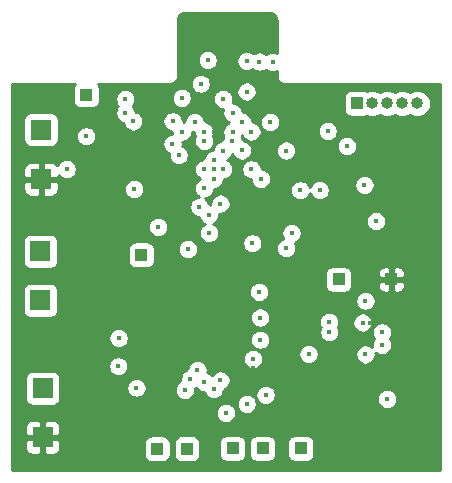
<source format=gbr>
G04 #@! TF.GenerationSoftware,KiCad,Pcbnew,(5.1.0)-1*
G04 #@! TF.CreationDate,2019-07-24T02:43:26-07:00*
G04 #@! TF.ProjectId,SDCard-PCB,53444361-7264-42d5-9043-422e6b696361,rev?*
G04 #@! TF.SameCoordinates,Original*
G04 #@! TF.FileFunction,Copper,L5,Inr*
G04 #@! TF.FilePolarity,Positive*
%FSLAX46Y46*%
G04 Gerber Fmt 4.6, Leading zero omitted, Abs format (unit mm)*
G04 Created by KiCad (PCBNEW (5.1.0)-1) date 2019-07-24 02:43:26*
%MOMM*%
%LPD*%
G04 APERTURE LIST*
%ADD10R,1.000000X1.000000*%
%ADD11R,1.700000X1.700000*%
%ADD12O,1.000000X1.000000*%
%ADD13C,0.450000*%
%ADD14C,0.254000*%
G04 APERTURE END LIST*
D10*
X132753100Y-70205600D03*
X128282700Y-70205600D03*
X125082300Y-84518500D03*
X121856500Y-84518500D03*
X119316500Y-84518500D03*
X111582200Y-68122800D03*
X115455700Y-84543900D03*
X112928400Y-84556600D03*
X106934000Y-54584600D03*
D11*
X103238300Y-83563100D03*
X103238300Y-79413100D03*
D12*
X134955280Y-55298340D03*
X133685280Y-55298340D03*
X132415280Y-55298340D03*
X131145280Y-55298340D03*
D10*
X129875280Y-55298340D03*
D11*
X103093100Y-57513900D03*
X103035100Y-67823900D03*
X103043100Y-71973900D03*
X103093100Y-61713900D03*
D13*
X117205760Y-51635660D03*
X110909100Y-56822340D03*
X110970060Y-62565280D03*
X130558540Y-72006460D03*
X127492760Y-73784460D03*
X131977180Y-74692460D03*
X132405120Y-80307180D03*
X130479800Y-62217300D03*
X131457700Y-65275460D03*
X128991360Y-58930540D03*
X126682500Y-62638940D03*
X120103850Y-59283650D03*
X118498620Y-59291220D03*
X120903800Y-60883600D03*
X127368300Y-57658000D03*
X116340000Y-77890000D03*
X118284600Y-78755600D03*
X121557300Y-71249900D03*
X121640600Y-75311000D03*
X121043700Y-76936600D03*
X121640600Y-73431400D03*
X109664500Y-75184000D03*
X109639100Y-77558900D03*
X111175800Y-79375000D03*
X120980200Y-67144900D03*
X116497100Y-64058800D03*
X114206020Y-62567820D03*
X130959860Y-73855580D03*
X119303800Y-60083700D03*
X122501660Y-60888880D03*
X120098820Y-61681360D03*
X121700000Y-59280000D03*
X123780000Y-57550000D03*
X118277300Y-69989900D03*
X121043700Y-77711300D03*
X111620300Y-77558900D03*
X111569500Y-74396600D03*
X111582200Y-76403200D03*
X121081800Y-74409300D03*
X111988600Y-71920100D03*
X107111800Y-71996300D03*
X106095800Y-68592700D03*
X117703600Y-57683400D03*
X130317240Y-73855580D03*
X115735100Y-78625700D03*
X115277900Y-79565500D03*
X117710000Y-60880000D03*
X118290000Y-63780000D03*
X114239040Y-56822340D03*
X125036580Y-62661800D03*
X118506240Y-60883800D03*
X121701560Y-61681360D03*
X119300000Y-58480110D03*
X117319900Y-66268600D03*
X124307600Y-66268600D03*
X106908600Y-58089800D03*
X116903500Y-57683400D03*
X116903504Y-60883800D03*
X105270300Y-60858400D03*
X122500000Y-56890000D03*
X116900002Y-78880000D03*
X116900000Y-62470000D03*
X117710000Y-79490000D03*
X117710000Y-61690000D03*
X120110000Y-56890000D03*
X120510000Y-80750000D03*
X118740000Y-81510000D03*
X119310000Y-57689890D03*
X125745240Y-76527660D03*
X127502920Y-74676000D03*
X130561080Y-76560680D03*
X131966200Y-75752460D03*
X123840000Y-67570000D03*
X123840000Y-59290000D03*
X120904000Y-57683400D03*
X122110500Y-79984600D03*
X115006120Y-54823360D03*
X115026440Y-57691020D03*
X121592340Y-51765200D03*
X122699780Y-51798220D03*
X120500000Y-54300000D03*
X110230000Y-54950000D03*
X110230000Y-56100000D03*
X119310000Y-56090000D03*
X113020000Y-65760000D03*
X116100000Y-56880000D03*
X114220000Y-58710000D03*
X116900000Y-58480000D03*
X117310000Y-64720000D03*
X117700000Y-60080000D03*
X115520000Y-67640000D03*
X114750000Y-59680000D03*
X118506240Y-54922420D03*
X116611400Y-53632100D03*
X120497600Y-51694080D03*
D14*
G36*
X123024850Y-48132004D02*
G01*
X123040000Y-48276145D01*
X123040001Y-51008287D01*
X122950633Y-50971269D01*
X122784483Y-50938220D01*
X122615077Y-50938220D01*
X122448927Y-50971269D01*
X122292417Y-51036098D01*
X122164760Y-51121397D01*
X122140558Y-51097195D01*
X121999703Y-51003078D01*
X121843193Y-50938249D01*
X121677043Y-50905200D01*
X121507637Y-50905200D01*
X121341487Y-50938249D01*
X121184977Y-51003078D01*
X121087772Y-51068029D01*
X121045818Y-51026075D01*
X120904963Y-50931958D01*
X120748453Y-50867129D01*
X120582303Y-50834080D01*
X120412897Y-50834080D01*
X120246747Y-50867129D01*
X120090237Y-50931958D01*
X119949382Y-51026075D01*
X119829595Y-51145862D01*
X119735478Y-51286717D01*
X119670649Y-51443227D01*
X119637600Y-51609377D01*
X119637600Y-51778783D01*
X119670649Y-51944933D01*
X119735478Y-52101443D01*
X119829595Y-52242298D01*
X119949382Y-52362085D01*
X120090237Y-52456202D01*
X120246747Y-52521031D01*
X120412897Y-52554080D01*
X120582303Y-52554080D01*
X120748453Y-52521031D01*
X120904963Y-52456202D01*
X121002168Y-52391251D01*
X121044122Y-52433205D01*
X121184977Y-52527322D01*
X121341487Y-52592151D01*
X121507637Y-52625200D01*
X121677043Y-52625200D01*
X121843193Y-52592151D01*
X121999703Y-52527322D01*
X122127360Y-52442023D01*
X122151562Y-52466225D01*
X122292417Y-52560342D01*
X122448927Y-52625171D01*
X122615077Y-52658220D01*
X122784483Y-52658220D01*
X122950633Y-52625171D01*
X123040001Y-52588153D01*
X123040001Y-52967571D01*
X123036807Y-53000000D01*
X123049550Y-53129383D01*
X123087290Y-53253793D01*
X123148575Y-53368450D01*
X123231052Y-53468948D01*
X123331550Y-53551425D01*
X123446207Y-53612710D01*
X123570617Y-53650450D01*
X123667581Y-53660000D01*
X123700000Y-53663193D01*
X123732419Y-53660000D01*
X136840000Y-53660000D01*
X136840001Y-86340000D01*
X100660000Y-86340000D01*
X100660000Y-84413100D01*
X101750228Y-84413100D01*
X101762488Y-84537582D01*
X101798798Y-84657280D01*
X101857763Y-84767594D01*
X101937115Y-84864285D01*
X102033806Y-84943637D01*
X102144120Y-85002602D01*
X102263818Y-85038912D01*
X102388300Y-85051172D01*
X102952550Y-85048100D01*
X103111300Y-84889350D01*
X103111300Y-83690100D01*
X103365300Y-83690100D01*
X103365300Y-84889350D01*
X103524050Y-85048100D01*
X104088300Y-85051172D01*
X104212782Y-85038912D01*
X104332480Y-85002602D01*
X104442794Y-84943637D01*
X104539485Y-84864285D01*
X104618837Y-84767594D01*
X104677802Y-84657280D01*
X104714112Y-84537582D01*
X104726372Y-84413100D01*
X104724432Y-84056600D01*
X111790328Y-84056600D01*
X111790328Y-85056600D01*
X111802588Y-85181082D01*
X111838898Y-85300780D01*
X111897863Y-85411094D01*
X111977215Y-85507785D01*
X112073906Y-85587137D01*
X112184220Y-85646102D01*
X112303918Y-85682412D01*
X112428400Y-85694672D01*
X113428400Y-85694672D01*
X113552882Y-85682412D01*
X113672580Y-85646102D01*
X113782894Y-85587137D01*
X113879585Y-85507785D01*
X113958937Y-85411094D01*
X114017902Y-85300780D01*
X114054212Y-85181082D01*
X114066472Y-85056600D01*
X114066472Y-84056600D01*
X114065222Y-84043900D01*
X114317628Y-84043900D01*
X114317628Y-85043900D01*
X114329888Y-85168382D01*
X114366198Y-85288080D01*
X114425163Y-85398394D01*
X114504515Y-85495085D01*
X114601206Y-85574437D01*
X114711520Y-85633402D01*
X114831218Y-85669712D01*
X114955700Y-85681972D01*
X115955700Y-85681972D01*
X116080182Y-85669712D01*
X116199880Y-85633402D01*
X116310194Y-85574437D01*
X116406885Y-85495085D01*
X116486237Y-85398394D01*
X116545202Y-85288080D01*
X116581512Y-85168382D01*
X116593772Y-85043900D01*
X116593772Y-84043900D01*
X116591271Y-84018500D01*
X118178428Y-84018500D01*
X118178428Y-85018500D01*
X118190688Y-85142982D01*
X118226998Y-85262680D01*
X118285963Y-85372994D01*
X118365315Y-85469685D01*
X118462006Y-85549037D01*
X118572320Y-85608002D01*
X118692018Y-85644312D01*
X118816500Y-85656572D01*
X119816500Y-85656572D01*
X119940982Y-85644312D01*
X120060680Y-85608002D01*
X120170994Y-85549037D01*
X120267685Y-85469685D01*
X120347037Y-85372994D01*
X120406002Y-85262680D01*
X120442312Y-85142982D01*
X120454572Y-85018500D01*
X120454572Y-84018500D01*
X120718428Y-84018500D01*
X120718428Y-85018500D01*
X120730688Y-85142982D01*
X120766998Y-85262680D01*
X120825963Y-85372994D01*
X120905315Y-85469685D01*
X121002006Y-85549037D01*
X121112320Y-85608002D01*
X121232018Y-85644312D01*
X121356500Y-85656572D01*
X122356500Y-85656572D01*
X122480982Y-85644312D01*
X122600680Y-85608002D01*
X122710994Y-85549037D01*
X122807685Y-85469685D01*
X122887037Y-85372994D01*
X122946002Y-85262680D01*
X122982312Y-85142982D01*
X122994572Y-85018500D01*
X122994572Y-84018500D01*
X123944228Y-84018500D01*
X123944228Y-85018500D01*
X123956488Y-85142982D01*
X123992798Y-85262680D01*
X124051763Y-85372994D01*
X124131115Y-85469685D01*
X124227806Y-85549037D01*
X124338120Y-85608002D01*
X124457818Y-85644312D01*
X124582300Y-85656572D01*
X125582300Y-85656572D01*
X125706782Y-85644312D01*
X125826480Y-85608002D01*
X125936794Y-85549037D01*
X126033485Y-85469685D01*
X126112837Y-85372994D01*
X126171802Y-85262680D01*
X126208112Y-85142982D01*
X126220372Y-85018500D01*
X126220372Y-84018500D01*
X126208112Y-83894018D01*
X126171802Y-83774320D01*
X126112837Y-83664006D01*
X126033485Y-83567315D01*
X125936794Y-83487963D01*
X125826480Y-83428998D01*
X125706782Y-83392688D01*
X125582300Y-83380428D01*
X124582300Y-83380428D01*
X124457818Y-83392688D01*
X124338120Y-83428998D01*
X124227806Y-83487963D01*
X124131115Y-83567315D01*
X124051763Y-83664006D01*
X123992798Y-83774320D01*
X123956488Y-83894018D01*
X123944228Y-84018500D01*
X122994572Y-84018500D01*
X122982312Y-83894018D01*
X122946002Y-83774320D01*
X122887037Y-83664006D01*
X122807685Y-83567315D01*
X122710994Y-83487963D01*
X122600680Y-83428998D01*
X122480982Y-83392688D01*
X122356500Y-83380428D01*
X121356500Y-83380428D01*
X121232018Y-83392688D01*
X121112320Y-83428998D01*
X121002006Y-83487963D01*
X120905315Y-83567315D01*
X120825963Y-83664006D01*
X120766998Y-83774320D01*
X120730688Y-83894018D01*
X120718428Y-84018500D01*
X120454572Y-84018500D01*
X120442312Y-83894018D01*
X120406002Y-83774320D01*
X120347037Y-83664006D01*
X120267685Y-83567315D01*
X120170994Y-83487963D01*
X120060680Y-83428998D01*
X119940982Y-83392688D01*
X119816500Y-83380428D01*
X118816500Y-83380428D01*
X118692018Y-83392688D01*
X118572320Y-83428998D01*
X118462006Y-83487963D01*
X118365315Y-83567315D01*
X118285963Y-83664006D01*
X118226998Y-83774320D01*
X118190688Y-83894018D01*
X118178428Y-84018500D01*
X116591271Y-84018500D01*
X116581512Y-83919418D01*
X116545202Y-83799720D01*
X116486237Y-83689406D01*
X116406885Y-83592715D01*
X116310194Y-83513363D01*
X116199880Y-83454398D01*
X116080182Y-83418088D01*
X115955700Y-83405828D01*
X114955700Y-83405828D01*
X114831218Y-83418088D01*
X114711520Y-83454398D01*
X114601206Y-83513363D01*
X114504515Y-83592715D01*
X114425163Y-83689406D01*
X114366198Y-83799720D01*
X114329888Y-83919418D01*
X114317628Y-84043900D01*
X114065222Y-84043900D01*
X114054212Y-83932118D01*
X114017902Y-83812420D01*
X113958937Y-83702106D01*
X113879585Y-83605415D01*
X113782894Y-83526063D01*
X113672580Y-83467098D01*
X113552882Y-83430788D01*
X113428400Y-83418528D01*
X112428400Y-83418528D01*
X112303918Y-83430788D01*
X112184220Y-83467098D01*
X112073906Y-83526063D01*
X111977215Y-83605415D01*
X111897863Y-83702106D01*
X111838898Y-83812420D01*
X111802588Y-83932118D01*
X111790328Y-84056600D01*
X104724432Y-84056600D01*
X104723300Y-83848850D01*
X104564550Y-83690100D01*
X103365300Y-83690100D01*
X103111300Y-83690100D01*
X101912050Y-83690100D01*
X101753300Y-83848850D01*
X101750228Y-84413100D01*
X100660000Y-84413100D01*
X100660000Y-82713100D01*
X101750228Y-82713100D01*
X101753300Y-83277350D01*
X101912050Y-83436100D01*
X103111300Y-83436100D01*
X103111300Y-82236850D01*
X103365300Y-82236850D01*
X103365300Y-83436100D01*
X104564550Y-83436100D01*
X104723300Y-83277350D01*
X104726372Y-82713100D01*
X104714112Y-82588618D01*
X104677802Y-82468920D01*
X104618837Y-82358606D01*
X104539485Y-82261915D01*
X104442794Y-82182563D01*
X104332480Y-82123598D01*
X104212782Y-82087288D01*
X104088300Y-82075028D01*
X103524050Y-82078100D01*
X103365300Y-82236850D01*
X103111300Y-82236850D01*
X102952550Y-82078100D01*
X102388300Y-82075028D01*
X102263818Y-82087288D01*
X102144120Y-82123598D01*
X102033806Y-82182563D01*
X101937115Y-82261915D01*
X101857763Y-82358606D01*
X101798798Y-82468920D01*
X101762488Y-82588618D01*
X101750228Y-82713100D01*
X100660000Y-82713100D01*
X100660000Y-81425297D01*
X117880000Y-81425297D01*
X117880000Y-81594703D01*
X117913049Y-81760853D01*
X117977878Y-81917363D01*
X118071995Y-82058218D01*
X118191782Y-82178005D01*
X118332637Y-82272122D01*
X118489147Y-82336951D01*
X118655297Y-82370000D01*
X118824703Y-82370000D01*
X118990853Y-82336951D01*
X119147363Y-82272122D01*
X119288218Y-82178005D01*
X119408005Y-82058218D01*
X119502122Y-81917363D01*
X119566951Y-81760853D01*
X119600000Y-81594703D01*
X119600000Y-81425297D01*
X119566951Y-81259147D01*
X119502122Y-81102637D01*
X119408005Y-80961782D01*
X119288218Y-80841995D01*
X119147363Y-80747878D01*
X118990853Y-80683049D01*
X118901607Y-80665297D01*
X119650000Y-80665297D01*
X119650000Y-80834703D01*
X119683049Y-81000853D01*
X119747878Y-81157363D01*
X119841995Y-81298218D01*
X119961782Y-81418005D01*
X120102637Y-81512122D01*
X120259147Y-81576951D01*
X120425297Y-81610000D01*
X120594703Y-81610000D01*
X120760853Y-81576951D01*
X120917363Y-81512122D01*
X121058218Y-81418005D01*
X121178005Y-81298218D01*
X121272122Y-81157363D01*
X121336951Y-81000853D01*
X121370000Y-80834703D01*
X121370000Y-80665297D01*
X121336951Y-80499147D01*
X121272122Y-80342637D01*
X121178005Y-80201782D01*
X121058218Y-80081995D01*
X120917363Y-79987878D01*
X120760853Y-79923049D01*
X120644460Y-79899897D01*
X121250500Y-79899897D01*
X121250500Y-80069303D01*
X121283549Y-80235453D01*
X121348378Y-80391963D01*
X121442495Y-80532818D01*
X121562282Y-80652605D01*
X121703137Y-80746722D01*
X121859647Y-80811551D01*
X122025797Y-80844600D01*
X122195203Y-80844600D01*
X122361353Y-80811551D01*
X122517863Y-80746722D01*
X122658718Y-80652605D01*
X122778505Y-80532818D01*
X122872622Y-80391963D01*
X122937451Y-80235453D01*
X122940032Y-80222477D01*
X131545120Y-80222477D01*
X131545120Y-80391883D01*
X131578169Y-80558033D01*
X131642998Y-80714543D01*
X131737115Y-80855398D01*
X131856902Y-80975185D01*
X131997757Y-81069302D01*
X132154267Y-81134131D01*
X132320417Y-81167180D01*
X132489823Y-81167180D01*
X132655973Y-81134131D01*
X132812483Y-81069302D01*
X132953338Y-80975185D01*
X133073125Y-80855398D01*
X133167242Y-80714543D01*
X133232071Y-80558033D01*
X133265120Y-80391883D01*
X133265120Y-80222477D01*
X133232071Y-80056327D01*
X133167242Y-79899817D01*
X133073125Y-79758962D01*
X132953338Y-79639175D01*
X132812483Y-79545058D01*
X132655973Y-79480229D01*
X132489823Y-79447180D01*
X132320417Y-79447180D01*
X132154267Y-79480229D01*
X131997757Y-79545058D01*
X131856902Y-79639175D01*
X131737115Y-79758962D01*
X131642998Y-79899817D01*
X131578169Y-80056327D01*
X131545120Y-80222477D01*
X122940032Y-80222477D01*
X122970500Y-80069303D01*
X122970500Y-79899897D01*
X122937451Y-79733747D01*
X122872622Y-79577237D01*
X122778505Y-79436382D01*
X122658718Y-79316595D01*
X122517863Y-79222478D01*
X122361353Y-79157649D01*
X122195203Y-79124600D01*
X122025797Y-79124600D01*
X121859647Y-79157649D01*
X121703137Y-79222478D01*
X121562282Y-79316595D01*
X121442495Y-79436382D01*
X121348378Y-79577237D01*
X121283549Y-79733747D01*
X121250500Y-79899897D01*
X120644460Y-79899897D01*
X120594703Y-79890000D01*
X120425297Y-79890000D01*
X120259147Y-79923049D01*
X120102637Y-79987878D01*
X119961782Y-80081995D01*
X119841995Y-80201782D01*
X119747878Y-80342637D01*
X119683049Y-80499147D01*
X119650000Y-80665297D01*
X118901607Y-80665297D01*
X118824703Y-80650000D01*
X118655297Y-80650000D01*
X118489147Y-80683049D01*
X118332637Y-80747878D01*
X118191782Y-80841995D01*
X118071995Y-80961782D01*
X117977878Y-81102637D01*
X117913049Y-81259147D01*
X117880000Y-81425297D01*
X100660000Y-81425297D01*
X100660000Y-78563100D01*
X101750228Y-78563100D01*
X101750228Y-80263100D01*
X101762488Y-80387582D01*
X101798798Y-80507280D01*
X101857763Y-80617594D01*
X101937115Y-80714285D01*
X102033806Y-80793637D01*
X102144120Y-80852602D01*
X102263818Y-80888912D01*
X102388300Y-80901172D01*
X104088300Y-80901172D01*
X104212782Y-80888912D01*
X104332480Y-80852602D01*
X104442794Y-80793637D01*
X104539485Y-80714285D01*
X104618837Y-80617594D01*
X104677802Y-80507280D01*
X104714112Y-80387582D01*
X104726372Y-80263100D01*
X104726372Y-79290297D01*
X110315800Y-79290297D01*
X110315800Y-79459703D01*
X110348849Y-79625853D01*
X110413678Y-79782363D01*
X110507795Y-79923218D01*
X110627582Y-80043005D01*
X110768437Y-80137122D01*
X110924947Y-80201951D01*
X111091097Y-80235000D01*
X111260503Y-80235000D01*
X111426653Y-80201951D01*
X111583163Y-80137122D01*
X111724018Y-80043005D01*
X111843805Y-79923218D01*
X111937922Y-79782363D01*
X112002751Y-79625853D01*
X112031604Y-79480797D01*
X114417900Y-79480797D01*
X114417900Y-79650203D01*
X114450949Y-79816353D01*
X114515778Y-79972863D01*
X114609895Y-80113718D01*
X114729682Y-80233505D01*
X114870537Y-80327622D01*
X115027047Y-80392451D01*
X115193197Y-80425500D01*
X115362603Y-80425500D01*
X115528753Y-80392451D01*
X115685263Y-80327622D01*
X115826118Y-80233505D01*
X115945905Y-80113718D01*
X116040022Y-79972863D01*
X116104851Y-79816353D01*
X116137900Y-79650203D01*
X116137900Y-79480797D01*
X116121161Y-79396645D01*
X116142463Y-79387822D01*
X116185701Y-79358931D01*
X116231997Y-79428218D01*
X116351784Y-79548005D01*
X116492639Y-79642122D01*
X116649149Y-79706951D01*
X116815299Y-79740000D01*
X116882879Y-79740000D01*
X116883049Y-79740853D01*
X116947878Y-79897363D01*
X117041995Y-80038218D01*
X117161782Y-80158005D01*
X117302637Y-80252122D01*
X117459147Y-80316951D01*
X117625297Y-80350000D01*
X117794703Y-80350000D01*
X117960853Y-80316951D01*
X118117363Y-80252122D01*
X118258218Y-80158005D01*
X118378005Y-80038218D01*
X118472122Y-79897363D01*
X118536951Y-79740853D01*
X118570000Y-79574703D01*
X118570000Y-79568241D01*
X118691963Y-79517722D01*
X118832818Y-79423605D01*
X118952605Y-79303818D01*
X119046722Y-79162963D01*
X119111551Y-79006453D01*
X119144600Y-78840303D01*
X119144600Y-78670897D01*
X119111551Y-78504747D01*
X119046722Y-78348237D01*
X118952605Y-78207382D01*
X118832818Y-78087595D01*
X118691963Y-77993478D01*
X118535453Y-77928649D01*
X118369303Y-77895600D01*
X118199897Y-77895600D01*
X118033747Y-77928649D01*
X117877237Y-77993478D01*
X117736382Y-78087595D01*
X117616595Y-78207382D01*
X117547305Y-78311080D01*
X117448220Y-78211995D01*
X117307365Y-78117878D01*
X117181861Y-78065892D01*
X117200000Y-77974703D01*
X117200000Y-77805297D01*
X117166951Y-77639147D01*
X117102122Y-77482637D01*
X117008005Y-77341782D01*
X116888218Y-77221995D01*
X116747363Y-77127878D01*
X116590853Y-77063049D01*
X116424703Y-77030000D01*
X116255297Y-77030000D01*
X116089147Y-77063049D01*
X115932637Y-77127878D01*
X115791782Y-77221995D01*
X115671995Y-77341782D01*
X115577878Y-77482637D01*
X115513049Y-77639147D01*
X115481038Y-77800078D01*
X115327737Y-77863578D01*
X115186882Y-77957695D01*
X115067095Y-78077482D01*
X114972978Y-78218337D01*
X114908149Y-78374847D01*
X114875100Y-78540997D01*
X114875100Y-78710403D01*
X114891839Y-78794555D01*
X114870537Y-78803378D01*
X114729682Y-78897495D01*
X114609895Y-79017282D01*
X114515778Y-79158137D01*
X114450949Y-79314647D01*
X114417900Y-79480797D01*
X112031604Y-79480797D01*
X112035800Y-79459703D01*
X112035800Y-79290297D01*
X112002751Y-79124147D01*
X111937922Y-78967637D01*
X111843805Y-78826782D01*
X111724018Y-78706995D01*
X111583163Y-78612878D01*
X111426653Y-78548049D01*
X111260503Y-78515000D01*
X111091097Y-78515000D01*
X110924947Y-78548049D01*
X110768437Y-78612878D01*
X110627582Y-78706995D01*
X110507795Y-78826782D01*
X110413678Y-78967637D01*
X110348849Y-79124147D01*
X110315800Y-79290297D01*
X104726372Y-79290297D01*
X104726372Y-78563100D01*
X104714112Y-78438618D01*
X104677802Y-78318920D01*
X104618837Y-78208606D01*
X104539485Y-78111915D01*
X104442794Y-78032563D01*
X104332480Y-77973598D01*
X104212782Y-77937288D01*
X104088300Y-77925028D01*
X102388300Y-77925028D01*
X102263818Y-77937288D01*
X102144120Y-77973598D01*
X102033806Y-78032563D01*
X101937115Y-78111915D01*
X101857763Y-78208606D01*
X101798798Y-78318920D01*
X101762488Y-78438618D01*
X101750228Y-78563100D01*
X100660000Y-78563100D01*
X100660000Y-77474197D01*
X108779100Y-77474197D01*
X108779100Y-77643603D01*
X108812149Y-77809753D01*
X108876978Y-77966263D01*
X108971095Y-78107118D01*
X109090882Y-78226905D01*
X109231737Y-78321022D01*
X109388247Y-78385851D01*
X109554397Y-78418900D01*
X109723803Y-78418900D01*
X109889953Y-78385851D01*
X110046463Y-78321022D01*
X110187318Y-78226905D01*
X110307105Y-78107118D01*
X110401222Y-77966263D01*
X110466051Y-77809753D01*
X110499100Y-77643603D01*
X110499100Y-77474197D01*
X110466051Y-77308047D01*
X110401222Y-77151537D01*
X110307105Y-77010682D01*
X110187318Y-76890895D01*
X110128954Y-76851897D01*
X120183700Y-76851897D01*
X120183700Y-77021303D01*
X120216749Y-77187453D01*
X120281578Y-77343963D01*
X120375695Y-77484818D01*
X120495482Y-77604605D01*
X120636337Y-77698722D01*
X120792847Y-77763551D01*
X120958997Y-77796600D01*
X121128403Y-77796600D01*
X121294553Y-77763551D01*
X121451063Y-77698722D01*
X121591918Y-77604605D01*
X121711705Y-77484818D01*
X121805822Y-77343963D01*
X121870651Y-77187453D01*
X121903700Y-77021303D01*
X121903700Y-76851897D01*
X121870651Y-76685747D01*
X121805822Y-76529237D01*
X121748172Y-76442957D01*
X124885240Y-76442957D01*
X124885240Y-76612363D01*
X124918289Y-76778513D01*
X124983118Y-76935023D01*
X125077235Y-77075878D01*
X125197022Y-77195665D01*
X125337877Y-77289782D01*
X125494387Y-77354611D01*
X125660537Y-77387660D01*
X125829943Y-77387660D01*
X125996093Y-77354611D01*
X126152603Y-77289782D01*
X126293458Y-77195665D01*
X126413245Y-77075878D01*
X126507362Y-76935023D01*
X126572191Y-76778513D01*
X126605240Y-76612363D01*
X126605240Y-76475977D01*
X129701080Y-76475977D01*
X129701080Y-76645383D01*
X129734129Y-76811533D01*
X129798958Y-76968043D01*
X129893075Y-77108898D01*
X130012862Y-77228685D01*
X130153717Y-77322802D01*
X130310227Y-77387631D01*
X130476377Y-77420680D01*
X130645783Y-77420680D01*
X130811933Y-77387631D01*
X130968443Y-77322802D01*
X131109298Y-77228685D01*
X131229085Y-77108898D01*
X131323202Y-76968043D01*
X131388031Y-76811533D01*
X131421080Y-76645383D01*
X131421080Y-76475977D01*
X131408066Y-76410549D01*
X131417982Y-76420465D01*
X131558837Y-76514582D01*
X131715347Y-76579411D01*
X131881497Y-76612460D01*
X132050903Y-76612460D01*
X132217053Y-76579411D01*
X132373563Y-76514582D01*
X132514418Y-76420465D01*
X132634205Y-76300678D01*
X132728322Y-76159823D01*
X132793151Y-76003313D01*
X132826200Y-75837163D01*
X132826200Y-75667757D01*
X132793151Y-75501607D01*
X132728322Y-75345097D01*
X132651868Y-75230676D01*
X132739302Y-75099823D01*
X132804131Y-74943313D01*
X132837180Y-74777163D01*
X132837180Y-74607757D01*
X132804131Y-74441607D01*
X132739302Y-74285097D01*
X132645185Y-74144242D01*
X132525398Y-74024455D01*
X132384543Y-73930338D01*
X132228033Y-73865509D01*
X132061883Y-73832460D01*
X131892477Y-73832460D01*
X131726327Y-73865509D01*
X131569817Y-73930338D01*
X131428962Y-74024455D01*
X131309175Y-74144242D01*
X131215058Y-74285097D01*
X131150229Y-74441607D01*
X131117180Y-74607757D01*
X131117180Y-74777163D01*
X131150229Y-74943313D01*
X131215058Y-75099823D01*
X131291512Y-75214244D01*
X131204078Y-75345097D01*
X131139249Y-75501607D01*
X131106200Y-75667757D01*
X131106200Y-75837163D01*
X131119214Y-75902591D01*
X131109298Y-75892675D01*
X130968443Y-75798558D01*
X130811933Y-75733729D01*
X130645783Y-75700680D01*
X130476377Y-75700680D01*
X130310227Y-75733729D01*
X130153717Y-75798558D01*
X130012862Y-75892675D01*
X129893075Y-76012462D01*
X129798958Y-76153317D01*
X129734129Y-76309827D01*
X129701080Y-76475977D01*
X126605240Y-76475977D01*
X126605240Y-76442957D01*
X126572191Y-76276807D01*
X126507362Y-76120297D01*
X126413245Y-75979442D01*
X126293458Y-75859655D01*
X126152603Y-75765538D01*
X125996093Y-75700709D01*
X125829943Y-75667660D01*
X125660537Y-75667660D01*
X125494387Y-75700709D01*
X125337877Y-75765538D01*
X125197022Y-75859655D01*
X125077235Y-75979442D01*
X124983118Y-76120297D01*
X124918289Y-76276807D01*
X124885240Y-76442957D01*
X121748172Y-76442957D01*
X121711705Y-76388382D01*
X121591918Y-76268595D01*
X121451063Y-76174478D01*
X121294553Y-76109649D01*
X121128403Y-76076600D01*
X120958997Y-76076600D01*
X120792847Y-76109649D01*
X120636337Y-76174478D01*
X120495482Y-76268595D01*
X120375695Y-76388382D01*
X120281578Y-76529237D01*
X120216749Y-76685747D01*
X120183700Y-76851897D01*
X110128954Y-76851897D01*
X110046463Y-76796778D01*
X109889953Y-76731949D01*
X109723803Y-76698900D01*
X109554397Y-76698900D01*
X109388247Y-76731949D01*
X109231737Y-76796778D01*
X109090882Y-76890895D01*
X108971095Y-77010682D01*
X108876978Y-77151537D01*
X108812149Y-77308047D01*
X108779100Y-77474197D01*
X100660000Y-77474197D01*
X100660000Y-75099297D01*
X108804500Y-75099297D01*
X108804500Y-75268703D01*
X108837549Y-75434853D01*
X108902378Y-75591363D01*
X108996495Y-75732218D01*
X109116282Y-75852005D01*
X109257137Y-75946122D01*
X109413647Y-76010951D01*
X109579797Y-76044000D01*
X109749203Y-76044000D01*
X109915353Y-76010951D01*
X110071863Y-75946122D01*
X110212718Y-75852005D01*
X110332505Y-75732218D01*
X110426622Y-75591363D01*
X110491451Y-75434853D01*
X110524500Y-75268703D01*
X110524500Y-75226297D01*
X120780600Y-75226297D01*
X120780600Y-75395703D01*
X120813649Y-75561853D01*
X120878478Y-75718363D01*
X120972595Y-75859218D01*
X121092382Y-75979005D01*
X121233237Y-76073122D01*
X121389747Y-76137951D01*
X121555897Y-76171000D01*
X121725303Y-76171000D01*
X121891453Y-76137951D01*
X122047963Y-76073122D01*
X122188818Y-75979005D01*
X122308605Y-75859218D01*
X122402722Y-75718363D01*
X122467551Y-75561853D01*
X122500600Y-75395703D01*
X122500600Y-75226297D01*
X122467551Y-75060147D01*
X122402722Y-74903637D01*
X122308605Y-74762782D01*
X122188818Y-74642995D01*
X122047963Y-74548878D01*
X121891453Y-74484049D01*
X121725303Y-74451000D01*
X121555897Y-74451000D01*
X121389747Y-74484049D01*
X121233237Y-74548878D01*
X121092382Y-74642995D01*
X120972595Y-74762782D01*
X120878478Y-74903637D01*
X120813649Y-75060147D01*
X120780600Y-75226297D01*
X110524500Y-75226297D01*
X110524500Y-75099297D01*
X110491451Y-74933147D01*
X110426622Y-74776637D01*
X110332505Y-74635782D01*
X110212718Y-74515995D01*
X110071863Y-74421878D01*
X109915353Y-74357049D01*
X109749203Y-74324000D01*
X109579797Y-74324000D01*
X109413647Y-74357049D01*
X109257137Y-74421878D01*
X109116282Y-74515995D01*
X108996495Y-74635782D01*
X108902378Y-74776637D01*
X108837549Y-74933147D01*
X108804500Y-75099297D01*
X100660000Y-75099297D01*
X100660000Y-71123900D01*
X101555028Y-71123900D01*
X101555028Y-72823900D01*
X101567288Y-72948382D01*
X101603598Y-73068080D01*
X101662563Y-73178394D01*
X101741915Y-73275085D01*
X101838606Y-73354437D01*
X101948920Y-73413402D01*
X102068618Y-73449712D01*
X102193100Y-73461972D01*
X103893100Y-73461972D01*
X104017582Y-73449712D01*
X104137280Y-73413402D01*
X104247594Y-73354437D01*
X104257025Y-73346697D01*
X120780600Y-73346697D01*
X120780600Y-73516103D01*
X120813649Y-73682253D01*
X120878478Y-73838763D01*
X120972595Y-73979618D01*
X121092382Y-74099405D01*
X121233237Y-74193522D01*
X121389747Y-74258351D01*
X121555897Y-74291400D01*
X121725303Y-74291400D01*
X121891453Y-74258351D01*
X122047963Y-74193522D01*
X122188818Y-74099405D01*
X122308605Y-73979618D01*
X122402722Y-73838763D01*
X122460300Y-73699757D01*
X126632760Y-73699757D01*
X126632760Y-73869163D01*
X126665809Y-74035313D01*
X126730638Y-74191823D01*
X126761381Y-74237833D01*
X126740798Y-74268637D01*
X126675969Y-74425147D01*
X126642920Y-74591297D01*
X126642920Y-74760703D01*
X126675969Y-74926853D01*
X126740798Y-75083363D01*
X126834915Y-75224218D01*
X126954702Y-75344005D01*
X127095557Y-75438122D01*
X127252067Y-75502951D01*
X127418217Y-75536000D01*
X127587623Y-75536000D01*
X127753773Y-75502951D01*
X127910283Y-75438122D01*
X128051138Y-75344005D01*
X128170925Y-75224218D01*
X128265042Y-75083363D01*
X128329871Y-74926853D01*
X128362920Y-74760703D01*
X128362920Y-74591297D01*
X128329871Y-74425147D01*
X128265042Y-74268637D01*
X128234299Y-74222627D01*
X128254882Y-74191823D01*
X128319711Y-74035313D01*
X128352760Y-73869163D01*
X128352760Y-73770877D01*
X129457240Y-73770877D01*
X129457240Y-73940283D01*
X129490289Y-74106433D01*
X129555118Y-74262943D01*
X129649235Y-74403798D01*
X129769022Y-74523585D01*
X129909877Y-74617702D01*
X130066387Y-74682531D01*
X130232537Y-74715580D01*
X130401943Y-74715580D01*
X130568093Y-74682531D01*
X130724603Y-74617702D01*
X130865458Y-74523585D01*
X130985245Y-74403798D01*
X131079362Y-74262943D01*
X131144191Y-74106433D01*
X131177240Y-73940283D01*
X131177240Y-73770877D01*
X131144191Y-73604727D01*
X131079362Y-73448217D01*
X130985245Y-73307362D01*
X130865458Y-73187575D01*
X130724603Y-73093458D01*
X130568093Y-73028629D01*
X130401943Y-72995580D01*
X130232537Y-72995580D01*
X130066387Y-73028629D01*
X129909877Y-73093458D01*
X129769022Y-73187575D01*
X129649235Y-73307362D01*
X129555118Y-73448217D01*
X129490289Y-73604727D01*
X129457240Y-73770877D01*
X128352760Y-73770877D01*
X128352760Y-73699757D01*
X128319711Y-73533607D01*
X128254882Y-73377097D01*
X128160765Y-73236242D01*
X128040978Y-73116455D01*
X127900123Y-73022338D01*
X127743613Y-72957509D01*
X127577463Y-72924460D01*
X127408057Y-72924460D01*
X127241907Y-72957509D01*
X127085397Y-73022338D01*
X126944542Y-73116455D01*
X126824755Y-73236242D01*
X126730638Y-73377097D01*
X126665809Y-73533607D01*
X126632760Y-73699757D01*
X122460300Y-73699757D01*
X122467551Y-73682253D01*
X122500600Y-73516103D01*
X122500600Y-73346697D01*
X122467551Y-73180547D01*
X122402722Y-73024037D01*
X122308605Y-72883182D01*
X122188818Y-72763395D01*
X122047963Y-72669278D01*
X121891453Y-72604449D01*
X121725303Y-72571400D01*
X121555897Y-72571400D01*
X121389747Y-72604449D01*
X121233237Y-72669278D01*
X121092382Y-72763395D01*
X120972595Y-72883182D01*
X120878478Y-73024037D01*
X120813649Y-73180547D01*
X120780600Y-73346697D01*
X104257025Y-73346697D01*
X104344285Y-73275085D01*
X104423637Y-73178394D01*
X104482602Y-73068080D01*
X104518912Y-72948382D01*
X104531172Y-72823900D01*
X104531172Y-71165197D01*
X120697300Y-71165197D01*
X120697300Y-71334603D01*
X120730349Y-71500753D01*
X120795178Y-71657263D01*
X120889295Y-71798118D01*
X121009082Y-71917905D01*
X121149937Y-72012022D01*
X121306447Y-72076851D01*
X121472597Y-72109900D01*
X121642003Y-72109900D01*
X121808153Y-72076851D01*
X121964663Y-72012022D01*
X122099753Y-71921757D01*
X129698540Y-71921757D01*
X129698540Y-72091163D01*
X129731589Y-72257313D01*
X129796418Y-72413823D01*
X129890535Y-72554678D01*
X130010322Y-72674465D01*
X130151177Y-72768582D01*
X130307687Y-72833411D01*
X130473837Y-72866460D01*
X130643243Y-72866460D01*
X130809393Y-72833411D01*
X130965903Y-72768582D01*
X131106758Y-72674465D01*
X131226545Y-72554678D01*
X131320662Y-72413823D01*
X131385491Y-72257313D01*
X131418540Y-72091163D01*
X131418540Y-71921757D01*
X131385491Y-71755607D01*
X131320662Y-71599097D01*
X131226545Y-71458242D01*
X131106758Y-71338455D01*
X130965903Y-71244338D01*
X130809393Y-71179509D01*
X130643243Y-71146460D01*
X130473837Y-71146460D01*
X130307687Y-71179509D01*
X130151177Y-71244338D01*
X130010322Y-71338455D01*
X129890535Y-71458242D01*
X129796418Y-71599097D01*
X129731589Y-71755607D01*
X129698540Y-71921757D01*
X122099753Y-71921757D01*
X122105518Y-71917905D01*
X122225305Y-71798118D01*
X122319422Y-71657263D01*
X122384251Y-71500753D01*
X122417300Y-71334603D01*
X122417300Y-71165197D01*
X122384251Y-70999047D01*
X122319422Y-70842537D01*
X122225305Y-70701682D01*
X122105518Y-70581895D01*
X121964663Y-70487778D01*
X121808153Y-70422949D01*
X121642003Y-70389900D01*
X121472597Y-70389900D01*
X121306447Y-70422949D01*
X121149937Y-70487778D01*
X121009082Y-70581895D01*
X120889295Y-70701682D01*
X120795178Y-70842537D01*
X120730349Y-70999047D01*
X120697300Y-71165197D01*
X104531172Y-71165197D01*
X104531172Y-71123900D01*
X104518912Y-70999418D01*
X104482602Y-70879720D01*
X104423637Y-70769406D01*
X104344285Y-70672715D01*
X104247594Y-70593363D01*
X104137280Y-70534398D01*
X104017582Y-70498088D01*
X103893100Y-70485828D01*
X102193100Y-70485828D01*
X102068618Y-70498088D01*
X101948920Y-70534398D01*
X101838606Y-70593363D01*
X101741915Y-70672715D01*
X101662563Y-70769406D01*
X101603598Y-70879720D01*
X101567288Y-70999418D01*
X101555028Y-71123900D01*
X100660000Y-71123900D01*
X100660000Y-69705600D01*
X127144628Y-69705600D01*
X127144628Y-70705600D01*
X127156888Y-70830082D01*
X127193198Y-70949780D01*
X127252163Y-71060094D01*
X127331515Y-71156785D01*
X127428206Y-71236137D01*
X127538520Y-71295102D01*
X127658218Y-71331412D01*
X127782700Y-71343672D01*
X128782700Y-71343672D01*
X128907182Y-71331412D01*
X129026880Y-71295102D01*
X129137194Y-71236137D01*
X129233885Y-71156785D01*
X129313237Y-71060094D01*
X129372202Y-70949780D01*
X129408512Y-70830082D01*
X129420772Y-70705600D01*
X131615028Y-70705600D01*
X131627288Y-70830082D01*
X131663598Y-70949780D01*
X131722563Y-71060094D01*
X131801915Y-71156785D01*
X131898606Y-71236137D01*
X132008920Y-71295102D01*
X132128618Y-71331412D01*
X132253100Y-71343672D01*
X132467350Y-71340600D01*
X132626100Y-71181850D01*
X132626100Y-70332600D01*
X132880100Y-70332600D01*
X132880100Y-71181850D01*
X133038850Y-71340600D01*
X133253100Y-71343672D01*
X133377582Y-71331412D01*
X133497280Y-71295102D01*
X133607594Y-71236137D01*
X133704285Y-71156785D01*
X133783637Y-71060094D01*
X133842602Y-70949780D01*
X133878912Y-70830082D01*
X133891172Y-70705600D01*
X133888100Y-70491350D01*
X133729350Y-70332600D01*
X132880100Y-70332600D01*
X132626100Y-70332600D01*
X131776850Y-70332600D01*
X131618100Y-70491350D01*
X131615028Y-70705600D01*
X129420772Y-70705600D01*
X129420772Y-69705600D01*
X131615028Y-69705600D01*
X131618100Y-69919850D01*
X131776850Y-70078600D01*
X132626100Y-70078600D01*
X132626100Y-69229350D01*
X132880100Y-69229350D01*
X132880100Y-70078600D01*
X133729350Y-70078600D01*
X133888100Y-69919850D01*
X133891172Y-69705600D01*
X133878912Y-69581118D01*
X133842602Y-69461420D01*
X133783637Y-69351106D01*
X133704285Y-69254415D01*
X133607594Y-69175063D01*
X133497280Y-69116098D01*
X133377582Y-69079788D01*
X133253100Y-69067528D01*
X133038850Y-69070600D01*
X132880100Y-69229350D01*
X132626100Y-69229350D01*
X132467350Y-69070600D01*
X132253100Y-69067528D01*
X132128618Y-69079788D01*
X132008920Y-69116098D01*
X131898606Y-69175063D01*
X131801915Y-69254415D01*
X131722563Y-69351106D01*
X131663598Y-69461420D01*
X131627288Y-69581118D01*
X131615028Y-69705600D01*
X129420772Y-69705600D01*
X129408512Y-69581118D01*
X129372202Y-69461420D01*
X129313237Y-69351106D01*
X129233885Y-69254415D01*
X129137194Y-69175063D01*
X129026880Y-69116098D01*
X128907182Y-69079788D01*
X128782700Y-69067528D01*
X127782700Y-69067528D01*
X127658218Y-69079788D01*
X127538520Y-69116098D01*
X127428206Y-69175063D01*
X127331515Y-69254415D01*
X127252163Y-69351106D01*
X127193198Y-69461420D01*
X127156888Y-69581118D01*
X127144628Y-69705600D01*
X100660000Y-69705600D01*
X100660000Y-66973900D01*
X101547028Y-66973900D01*
X101547028Y-68673900D01*
X101559288Y-68798382D01*
X101595598Y-68918080D01*
X101654563Y-69028394D01*
X101733915Y-69125085D01*
X101830606Y-69204437D01*
X101940920Y-69263402D01*
X102060618Y-69299712D01*
X102185100Y-69311972D01*
X103885100Y-69311972D01*
X104009582Y-69299712D01*
X104129280Y-69263402D01*
X104239594Y-69204437D01*
X104336285Y-69125085D01*
X104415637Y-69028394D01*
X104474602Y-68918080D01*
X104510912Y-68798382D01*
X104523172Y-68673900D01*
X104523172Y-67622800D01*
X110444128Y-67622800D01*
X110444128Y-68622800D01*
X110456388Y-68747282D01*
X110492698Y-68866980D01*
X110551663Y-68977294D01*
X110631015Y-69073985D01*
X110727706Y-69153337D01*
X110838020Y-69212302D01*
X110957718Y-69248612D01*
X111082200Y-69260872D01*
X112082200Y-69260872D01*
X112206682Y-69248612D01*
X112326380Y-69212302D01*
X112436694Y-69153337D01*
X112533385Y-69073985D01*
X112612737Y-68977294D01*
X112671702Y-68866980D01*
X112708012Y-68747282D01*
X112720272Y-68622800D01*
X112720272Y-67622800D01*
X112713624Y-67555297D01*
X114660000Y-67555297D01*
X114660000Y-67724703D01*
X114693049Y-67890853D01*
X114757878Y-68047363D01*
X114851995Y-68188218D01*
X114971782Y-68308005D01*
X115112637Y-68402122D01*
X115269147Y-68466951D01*
X115435297Y-68500000D01*
X115604703Y-68500000D01*
X115770853Y-68466951D01*
X115927363Y-68402122D01*
X116068218Y-68308005D01*
X116188005Y-68188218D01*
X116282122Y-68047363D01*
X116346951Y-67890853D01*
X116380000Y-67724703D01*
X116380000Y-67555297D01*
X116346951Y-67389147D01*
X116282122Y-67232637D01*
X116188005Y-67091782D01*
X116068218Y-66971995D01*
X115927363Y-66877878D01*
X115770853Y-66813049D01*
X115604703Y-66780000D01*
X115435297Y-66780000D01*
X115269147Y-66813049D01*
X115112637Y-66877878D01*
X114971782Y-66971995D01*
X114851995Y-67091782D01*
X114757878Y-67232637D01*
X114693049Y-67389147D01*
X114660000Y-67555297D01*
X112713624Y-67555297D01*
X112708012Y-67498318D01*
X112671702Y-67378620D01*
X112612737Y-67268306D01*
X112533385Y-67171615D01*
X112436694Y-67092263D01*
X112326380Y-67033298D01*
X112206682Y-66996988D01*
X112082200Y-66984728D01*
X111082200Y-66984728D01*
X110957718Y-66996988D01*
X110838020Y-67033298D01*
X110727706Y-67092263D01*
X110631015Y-67171615D01*
X110551663Y-67268306D01*
X110492698Y-67378620D01*
X110456388Y-67498318D01*
X110444128Y-67622800D01*
X104523172Y-67622800D01*
X104523172Y-66973900D01*
X104510912Y-66849418D01*
X104474602Y-66729720D01*
X104415637Y-66619406D01*
X104336285Y-66522715D01*
X104239594Y-66443363D01*
X104129280Y-66384398D01*
X104009582Y-66348088D01*
X103885100Y-66335828D01*
X102185100Y-66335828D01*
X102060618Y-66348088D01*
X101940920Y-66384398D01*
X101830606Y-66443363D01*
X101733915Y-66522715D01*
X101654563Y-66619406D01*
X101595598Y-66729720D01*
X101559288Y-66849418D01*
X101547028Y-66973900D01*
X100660000Y-66973900D01*
X100660000Y-65675297D01*
X112160000Y-65675297D01*
X112160000Y-65844703D01*
X112193049Y-66010853D01*
X112257878Y-66167363D01*
X112351995Y-66308218D01*
X112471782Y-66428005D01*
X112612637Y-66522122D01*
X112769147Y-66586951D01*
X112935297Y-66620000D01*
X113104703Y-66620000D01*
X113270853Y-66586951D01*
X113427363Y-66522122D01*
X113568218Y-66428005D01*
X113688005Y-66308218D01*
X113782122Y-66167363D01*
X113846951Y-66010853D01*
X113880000Y-65844703D01*
X113880000Y-65675297D01*
X113846951Y-65509147D01*
X113782122Y-65352637D01*
X113688005Y-65211782D01*
X113568218Y-65091995D01*
X113427363Y-64997878D01*
X113270853Y-64933049D01*
X113104703Y-64900000D01*
X112935297Y-64900000D01*
X112769147Y-64933049D01*
X112612637Y-64997878D01*
X112471782Y-65091995D01*
X112351995Y-65211782D01*
X112257878Y-65352637D01*
X112193049Y-65509147D01*
X112160000Y-65675297D01*
X100660000Y-65675297D01*
X100660000Y-63974097D01*
X115637100Y-63974097D01*
X115637100Y-64143503D01*
X115670149Y-64309653D01*
X115734978Y-64466163D01*
X115829095Y-64607018D01*
X115948882Y-64726805D01*
X116089737Y-64820922D01*
X116246247Y-64885751D01*
X116412397Y-64918800D01*
X116472695Y-64918800D01*
X116483049Y-64970853D01*
X116547878Y-65127363D01*
X116641995Y-65268218D01*
X116761782Y-65388005D01*
X116902637Y-65482122D01*
X116936987Y-65496350D01*
X116912537Y-65506478D01*
X116771682Y-65600595D01*
X116651895Y-65720382D01*
X116557778Y-65861237D01*
X116492949Y-66017747D01*
X116459900Y-66183897D01*
X116459900Y-66353303D01*
X116492949Y-66519453D01*
X116557778Y-66675963D01*
X116651895Y-66816818D01*
X116771682Y-66936605D01*
X116912537Y-67030722D01*
X117069047Y-67095551D01*
X117235197Y-67128600D01*
X117404603Y-67128600D01*
X117570753Y-67095551D01*
X117656104Y-67060197D01*
X120120200Y-67060197D01*
X120120200Y-67229603D01*
X120153249Y-67395753D01*
X120218078Y-67552263D01*
X120312195Y-67693118D01*
X120431982Y-67812905D01*
X120572837Y-67907022D01*
X120729347Y-67971851D01*
X120895497Y-68004900D01*
X121064903Y-68004900D01*
X121231053Y-67971851D01*
X121387563Y-67907022D01*
X121528418Y-67812905D01*
X121648205Y-67693118D01*
X121742322Y-67552263D01*
X121770060Y-67485297D01*
X122980000Y-67485297D01*
X122980000Y-67654703D01*
X123013049Y-67820853D01*
X123077878Y-67977363D01*
X123171995Y-68118218D01*
X123291782Y-68238005D01*
X123432637Y-68332122D01*
X123589147Y-68396951D01*
X123755297Y-68430000D01*
X123924703Y-68430000D01*
X124090853Y-68396951D01*
X124247363Y-68332122D01*
X124388218Y-68238005D01*
X124508005Y-68118218D01*
X124602122Y-67977363D01*
X124666951Y-67820853D01*
X124700000Y-67654703D01*
X124700000Y-67485297D01*
X124666951Y-67319147D01*
X124602122Y-67162637D01*
X124557432Y-67095754D01*
X124558453Y-67095551D01*
X124714963Y-67030722D01*
X124855818Y-66936605D01*
X124975605Y-66816818D01*
X125069722Y-66675963D01*
X125134551Y-66519453D01*
X125167600Y-66353303D01*
X125167600Y-66183897D01*
X125134551Y-66017747D01*
X125069722Y-65861237D01*
X124975605Y-65720382D01*
X124855818Y-65600595D01*
X124714963Y-65506478D01*
X124558453Y-65441649D01*
X124392303Y-65408600D01*
X124222897Y-65408600D01*
X124056747Y-65441649D01*
X123900237Y-65506478D01*
X123759382Y-65600595D01*
X123639595Y-65720382D01*
X123545478Y-65861237D01*
X123480649Y-66017747D01*
X123447600Y-66183897D01*
X123447600Y-66353303D01*
X123480649Y-66519453D01*
X123545478Y-66675963D01*
X123590168Y-66742846D01*
X123589147Y-66743049D01*
X123432637Y-66807878D01*
X123291782Y-66901995D01*
X123171995Y-67021782D01*
X123077878Y-67162637D01*
X123013049Y-67319147D01*
X122980000Y-67485297D01*
X121770060Y-67485297D01*
X121807151Y-67395753D01*
X121840200Y-67229603D01*
X121840200Y-67060197D01*
X121807151Y-66894047D01*
X121742322Y-66737537D01*
X121648205Y-66596682D01*
X121528418Y-66476895D01*
X121387563Y-66382778D01*
X121231053Y-66317949D01*
X121064903Y-66284900D01*
X120895497Y-66284900D01*
X120729347Y-66317949D01*
X120572837Y-66382778D01*
X120431982Y-66476895D01*
X120312195Y-66596682D01*
X120218078Y-66737537D01*
X120153249Y-66894047D01*
X120120200Y-67060197D01*
X117656104Y-67060197D01*
X117727263Y-67030722D01*
X117868118Y-66936605D01*
X117987905Y-66816818D01*
X118082022Y-66675963D01*
X118146851Y-66519453D01*
X118179900Y-66353303D01*
X118179900Y-66183897D01*
X118146851Y-66017747D01*
X118082022Y-65861237D01*
X117987905Y-65720382D01*
X117868118Y-65600595D01*
X117727263Y-65506478D01*
X117692913Y-65492250D01*
X117717363Y-65482122D01*
X117858218Y-65388005D01*
X117978005Y-65268218D01*
X118029763Y-65190757D01*
X130597700Y-65190757D01*
X130597700Y-65360163D01*
X130630749Y-65526313D01*
X130695578Y-65682823D01*
X130789695Y-65823678D01*
X130909482Y-65943465D01*
X131050337Y-66037582D01*
X131206847Y-66102411D01*
X131372997Y-66135460D01*
X131542403Y-66135460D01*
X131708553Y-66102411D01*
X131865063Y-66037582D01*
X132005918Y-65943465D01*
X132125705Y-65823678D01*
X132219822Y-65682823D01*
X132284651Y-65526313D01*
X132317700Y-65360163D01*
X132317700Y-65190757D01*
X132284651Y-65024607D01*
X132219822Y-64868097D01*
X132125705Y-64727242D01*
X132005918Y-64607455D01*
X131865063Y-64513338D01*
X131708553Y-64448509D01*
X131542403Y-64415460D01*
X131372997Y-64415460D01*
X131206847Y-64448509D01*
X131050337Y-64513338D01*
X130909482Y-64607455D01*
X130789695Y-64727242D01*
X130695578Y-64868097D01*
X130630749Y-65024607D01*
X130597700Y-65190757D01*
X118029763Y-65190757D01*
X118072122Y-65127363D01*
X118136951Y-64970853D01*
X118170000Y-64804703D01*
X118170000Y-64635297D01*
X118169520Y-64632884D01*
X118205297Y-64640000D01*
X118374703Y-64640000D01*
X118540853Y-64606951D01*
X118697363Y-64542122D01*
X118838218Y-64448005D01*
X118958005Y-64328218D01*
X119052122Y-64187363D01*
X119116951Y-64030853D01*
X119150000Y-63864703D01*
X119150000Y-63695297D01*
X119116951Y-63529147D01*
X119052122Y-63372637D01*
X118958005Y-63231782D01*
X118838218Y-63111995D01*
X118697363Y-63017878D01*
X118540853Y-62953049D01*
X118374703Y-62920000D01*
X118205297Y-62920000D01*
X118039147Y-62953049D01*
X117882637Y-63017878D01*
X117741782Y-63111995D01*
X117621995Y-63231782D01*
X117527878Y-63372637D01*
X117463049Y-63529147D01*
X117430000Y-63695297D01*
X117430000Y-63864703D01*
X117430480Y-63867116D01*
X117394703Y-63860000D01*
X117334405Y-63860000D01*
X117324051Y-63807947D01*
X117259222Y-63651437D01*
X117165105Y-63510582D01*
X117045318Y-63390795D01*
X116954333Y-63330000D01*
X116984703Y-63330000D01*
X117150853Y-63296951D01*
X117307363Y-63232122D01*
X117448218Y-63138005D01*
X117568005Y-63018218D01*
X117662122Y-62877363D01*
X117726951Y-62720853D01*
X117755545Y-62577097D01*
X124176580Y-62577097D01*
X124176580Y-62746503D01*
X124209629Y-62912653D01*
X124274458Y-63069163D01*
X124368575Y-63210018D01*
X124488362Y-63329805D01*
X124629217Y-63423922D01*
X124785727Y-63488751D01*
X124951877Y-63521800D01*
X125121283Y-63521800D01*
X125287433Y-63488751D01*
X125443943Y-63423922D01*
X125584798Y-63329805D01*
X125704585Y-63210018D01*
X125798702Y-63069163D01*
X125863531Y-62912653D01*
X125864013Y-62910228D01*
X125920378Y-63046303D01*
X126014495Y-63187158D01*
X126134282Y-63306945D01*
X126275137Y-63401062D01*
X126431647Y-63465891D01*
X126597797Y-63498940D01*
X126767203Y-63498940D01*
X126933353Y-63465891D01*
X127089863Y-63401062D01*
X127230718Y-63306945D01*
X127350505Y-63187158D01*
X127444622Y-63046303D01*
X127509451Y-62889793D01*
X127542500Y-62723643D01*
X127542500Y-62554237D01*
X127509451Y-62388087D01*
X127444622Y-62231577D01*
X127378486Y-62132597D01*
X129619800Y-62132597D01*
X129619800Y-62302003D01*
X129652849Y-62468153D01*
X129717678Y-62624663D01*
X129811795Y-62765518D01*
X129931582Y-62885305D01*
X130072437Y-62979422D01*
X130228947Y-63044251D01*
X130395097Y-63077300D01*
X130564503Y-63077300D01*
X130730653Y-63044251D01*
X130887163Y-62979422D01*
X131028018Y-62885305D01*
X131147805Y-62765518D01*
X131241922Y-62624663D01*
X131306751Y-62468153D01*
X131339800Y-62302003D01*
X131339800Y-62132597D01*
X131306751Y-61966447D01*
X131241922Y-61809937D01*
X131147805Y-61669082D01*
X131028018Y-61549295D01*
X130887163Y-61455178D01*
X130730653Y-61390349D01*
X130564503Y-61357300D01*
X130395097Y-61357300D01*
X130228947Y-61390349D01*
X130072437Y-61455178D01*
X129931582Y-61549295D01*
X129811795Y-61669082D01*
X129717678Y-61809937D01*
X129652849Y-61966447D01*
X129619800Y-62132597D01*
X127378486Y-62132597D01*
X127350505Y-62090722D01*
X127230718Y-61970935D01*
X127089863Y-61876818D01*
X126933353Y-61811989D01*
X126767203Y-61778940D01*
X126597797Y-61778940D01*
X126431647Y-61811989D01*
X126275137Y-61876818D01*
X126134282Y-61970935D01*
X126014495Y-62090722D01*
X125920378Y-62231577D01*
X125855549Y-62388087D01*
X125855067Y-62390512D01*
X125798702Y-62254437D01*
X125704585Y-62113582D01*
X125584798Y-61993795D01*
X125443943Y-61899678D01*
X125287433Y-61834849D01*
X125121283Y-61801800D01*
X124951877Y-61801800D01*
X124785727Y-61834849D01*
X124629217Y-61899678D01*
X124488362Y-61993795D01*
X124368575Y-62113582D01*
X124274458Y-62254437D01*
X124209629Y-62410947D01*
X124176580Y-62577097D01*
X117755545Y-62577097D01*
X117760000Y-62554703D01*
X117760000Y-62550000D01*
X117794703Y-62550000D01*
X117960853Y-62516951D01*
X118117363Y-62452122D01*
X118258218Y-62358005D01*
X118378005Y-62238218D01*
X118472122Y-62097363D01*
X118536951Y-61940853D01*
X118570000Y-61774703D01*
X118570000Y-61743800D01*
X118590943Y-61743800D01*
X118757093Y-61710751D01*
X118913603Y-61645922D01*
X119054458Y-61551805D01*
X119174245Y-61432018D01*
X119268362Y-61291163D01*
X119333191Y-61134653D01*
X119366240Y-60968503D01*
X119366240Y-60799097D01*
X119366201Y-60798897D01*
X120043800Y-60798897D01*
X120043800Y-60968303D01*
X120076849Y-61134453D01*
X120141678Y-61290963D01*
X120235795Y-61431818D01*
X120355582Y-61551605D01*
X120496437Y-61645722D01*
X120652947Y-61710551D01*
X120819097Y-61743600D01*
X120841560Y-61743600D01*
X120841560Y-61766063D01*
X120874609Y-61932213D01*
X120939438Y-62088723D01*
X121033555Y-62229578D01*
X121153342Y-62349365D01*
X121294197Y-62443482D01*
X121450707Y-62508311D01*
X121616857Y-62541360D01*
X121786263Y-62541360D01*
X121952413Y-62508311D01*
X122108923Y-62443482D01*
X122249778Y-62349365D01*
X122369565Y-62229578D01*
X122463682Y-62088723D01*
X122528511Y-61932213D01*
X122561560Y-61766063D01*
X122561560Y-61596657D01*
X122528511Y-61430507D01*
X122463682Y-61273997D01*
X122369565Y-61133142D01*
X122249778Y-61013355D01*
X122108923Y-60919238D01*
X121952413Y-60854409D01*
X121786263Y-60821360D01*
X121763800Y-60821360D01*
X121763800Y-60798897D01*
X121730751Y-60632747D01*
X121665922Y-60476237D01*
X121571805Y-60335382D01*
X121452018Y-60215595D01*
X121311163Y-60121478D01*
X121154653Y-60056649D01*
X120988503Y-60023600D01*
X120819097Y-60023600D01*
X120652947Y-60056649D01*
X120496437Y-60121478D01*
X120355582Y-60215595D01*
X120235795Y-60335382D01*
X120141678Y-60476237D01*
X120076849Y-60632747D01*
X120043800Y-60798897D01*
X119366201Y-60798897D01*
X119333191Y-60632947D01*
X119268362Y-60476437D01*
X119174245Y-60335582D01*
X119054458Y-60215795D01*
X118913603Y-60121678D01*
X118827305Y-60085932D01*
X118905983Y-60053342D01*
X119046838Y-59959225D01*
X119166625Y-59839438D01*
X119260742Y-59698583D01*
X119302803Y-59597040D01*
X119341728Y-59691013D01*
X119435845Y-59831868D01*
X119555632Y-59951655D01*
X119696487Y-60045772D01*
X119852997Y-60110601D01*
X120019147Y-60143650D01*
X120188553Y-60143650D01*
X120354703Y-60110601D01*
X120511213Y-60045772D01*
X120652068Y-59951655D01*
X120771855Y-59831868D01*
X120865972Y-59691013D01*
X120930801Y-59534503D01*
X120963850Y-59368353D01*
X120963850Y-59205297D01*
X122980000Y-59205297D01*
X122980000Y-59374703D01*
X123013049Y-59540853D01*
X123077878Y-59697363D01*
X123171995Y-59838218D01*
X123291782Y-59958005D01*
X123432637Y-60052122D01*
X123589147Y-60116951D01*
X123755297Y-60150000D01*
X123924703Y-60150000D01*
X124090853Y-60116951D01*
X124247363Y-60052122D01*
X124388218Y-59958005D01*
X124508005Y-59838218D01*
X124602122Y-59697363D01*
X124666951Y-59540853D01*
X124700000Y-59374703D01*
X124700000Y-59205297D01*
X124666951Y-59039147D01*
X124602122Y-58882637D01*
X124577533Y-58845837D01*
X128131360Y-58845837D01*
X128131360Y-59015243D01*
X128164409Y-59181393D01*
X128229238Y-59337903D01*
X128323355Y-59478758D01*
X128443142Y-59598545D01*
X128583997Y-59692662D01*
X128740507Y-59757491D01*
X128906657Y-59790540D01*
X129076063Y-59790540D01*
X129242213Y-59757491D01*
X129398723Y-59692662D01*
X129539578Y-59598545D01*
X129659365Y-59478758D01*
X129753482Y-59337903D01*
X129818311Y-59181393D01*
X129851360Y-59015243D01*
X129851360Y-58845837D01*
X129818311Y-58679687D01*
X129753482Y-58523177D01*
X129659365Y-58382322D01*
X129539578Y-58262535D01*
X129398723Y-58168418D01*
X129242213Y-58103589D01*
X129076063Y-58070540D01*
X128906657Y-58070540D01*
X128740507Y-58103589D01*
X128583997Y-58168418D01*
X128443142Y-58262535D01*
X128323355Y-58382322D01*
X128229238Y-58523177D01*
X128164409Y-58679687D01*
X128131360Y-58845837D01*
X124577533Y-58845837D01*
X124508005Y-58741782D01*
X124388218Y-58621995D01*
X124247363Y-58527878D01*
X124090853Y-58463049D01*
X123924703Y-58430000D01*
X123755297Y-58430000D01*
X123589147Y-58463049D01*
X123432637Y-58527878D01*
X123291782Y-58621995D01*
X123171995Y-58741782D01*
X123077878Y-58882637D01*
X123013049Y-59039147D01*
X122980000Y-59205297D01*
X120963850Y-59205297D01*
X120963850Y-59198947D01*
X120930801Y-59032797D01*
X120865972Y-58876287D01*
X120771855Y-58735432D01*
X120652068Y-58615645D01*
X120511213Y-58521528D01*
X120354703Y-58456699D01*
X120188553Y-58423650D01*
X120160000Y-58423650D01*
X120160000Y-58395407D01*
X120126951Y-58229257D01*
X120072197Y-58097071D01*
X120108344Y-58009806D01*
X120141878Y-58090763D01*
X120235995Y-58231618D01*
X120355782Y-58351405D01*
X120496637Y-58445522D01*
X120653147Y-58510351D01*
X120819297Y-58543400D01*
X120988703Y-58543400D01*
X121154853Y-58510351D01*
X121311363Y-58445522D01*
X121452218Y-58351405D01*
X121572005Y-58231618D01*
X121666122Y-58090763D01*
X121730951Y-57934253D01*
X121764000Y-57768103D01*
X121764000Y-57598697D01*
X121730951Y-57432547D01*
X121666122Y-57276037D01*
X121572005Y-57135182D01*
X121452218Y-57015395D01*
X121311363Y-56921278D01*
X121154853Y-56856449D01*
X120988703Y-56823400D01*
X120970000Y-56823400D01*
X120970000Y-56805297D01*
X121640000Y-56805297D01*
X121640000Y-56974703D01*
X121673049Y-57140853D01*
X121737878Y-57297363D01*
X121831995Y-57438218D01*
X121951782Y-57558005D01*
X122092637Y-57652122D01*
X122249147Y-57716951D01*
X122415297Y-57750000D01*
X122584703Y-57750000D01*
X122750853Y-57716951D01*
X122907363Y-57652122D01*
X123025332Y-57573297D01*
X126508300Y-57573297D01*
X126508300Y-57742703D01*
X126541349Y-57908853D01*
X126606178Y-58065363D01*
X126700295Y-58206218D01*
X126820082Y-58326005D01*
X126960937Y-58420122D01*
X127117447Y-58484951D01*
X127283597Y-58518000D01*
X127453003Y-58518000D01*
X127619153Y-58484951D01*
X127775663Y-58420122D01*
X127916518Y-58326005D01*
X128036305Y-58206218D01*
X128130422Y-58065363D01*
X128195251Y-57908853D01*
X128228300Y-57742703D01*
X128228300Y-57573297D01*
X128195251Y-57407147D01*
X128130422Y-57250637D01*
X128036305Y-57109782D01*
X127916518Y-56989995D01*
X127775663Y-56895878D01*
X127619153Y-56831049D01*
X127453003Y-56798000D01*
X127283597Y-56798000D01*
X127117447Y-56831049D01*
X126960937Y-56895878D01*
X126820082Y-56989995D01*
X126700295Y-57109782D01*
X126606178Y-57250637D01*
X126541349Y-57407147D01*
X126508300Y-57573297D01*
X123025332Y-57573297D01*
X123048218Y-57558005D01*
X123168005Y-57438218D01*
X123262122Y-57297363D01*
X123326951Y-57140853D01*
X123360000Y-56974703D01*
X123360000Y-56805297D01*
X123326951Y-56639147D01*
X123262122Y-56482637D01*
X123168005Y-56341782D01*
X123048218Y-56221995D01*
X122907363Y-56127878D01*
X122750853Y-56063049D01*
X122584703Y-56030000D01*
X122415297Y-56030000D01*
X122249147Y-56063049D01*
X122092637Y-56127878D01*
X121951782Y-56221995D01*
X121831995Y-56341782D01*
X121737878Y-56482637D01*
X121673049Y-56639147D01*
X121640000Y-56805297D01*
X120970000Y-56805297D01*
X120936951Y-56639147D01*
X120872122Y-56482637D01*
X120778005Y-56341782D01*
X120658218Y-56221995D01*
X120517363Y-56127878D01*
X120360853Y-56063049D01*
X120194703Y-56030000D01*
X120170000Y-56030000D01*
X120170000Y-56005297D01*
X120136951Y-55839147D01*
X120072122Y-55682637D01*
X119978005Y-55541782D01*
X119858218Y-55421995D01*
X119717363Y-55327878D01*
X119560853Y-55263049D01*
X119394703Y-55230000D01*
X119309694Y-55230000D01*
X119333191Y-55173273D01*
X119366240Y-55007123D01*
X119366240Y-54837717D01*
X119333191Y-54671567D01*
X119268362Y-54515057D01*
X119174245Y-54374202D01*
X119054458Y-54254415D01*
X118995915Y-54215297D01*
X119640000Y-54215297D01*
X119640000Y-54384703D01*
X119673049Y-54550853D01*
X119737878Y-54707363D01*
X119831995Y-54848218D01*
X119951782Y-54968005D01*
X120092637Y-55062122D01*
X120249147Y-55126951D01*
X120415297Y-55160000D01*
X120584703Y-55160000D01*
X120750853Y-55126951D01*
X120907363Y-55062122D01*
X121048218Y-54968005D01*
X121168005Y-54848218D01*
X121201332Y-54798340D01*
X128737208Y-54798340D01*
X128737208Y-55798340D01*
X128749468Y-55922822D01*
X128785778Y-56042520D01*
X128844743Y-56152834D01*
X128924095Y-56249525D01*
X129020786Y-56328877D01*
X129131100Y-56387842D01*
X129250798Y-56424152D01*
X129375280Y-56436412D01*
X130375280Y-56436412D01*
X130499762Y-56424152D01*
X130619460Y-56387842D01*
X130697659Y-56346043D01*
X130708833Y-56352016D01*
X130922781Y-56416917D01*
X131089528Y-56433340D01*
X131201032Y-56433340D01*
X131367779Y-56416917D01*
X131581727Y-56352016D01*
X131778903Y-56246624D01*
X131780280Y-56245494D01*
X131781657Y-56246624D01*
X131978833Y-56352016D01*
X132192781Y-56416917D01*
X132359528Y-56433340D01*
X132471032Y-56433340D01*
X132637779Y-56416917D01*
X132851727Y-56352016D01*
X133048903Y-56246624D01*
X133050280Y-56245494D01*
X133051657Y-56246624D01*
X133248833Y-56352016D01*
X133462781Y-56416917D01*
X133629528Y-56433340D01*
X133741032Y-56433340D01*
X133907779Y-56416917D01*
X134121727Y-56352016D01*
X134318903Y-56246624D01*
X134320280Y-56245494D01*
X134321657Y-56246624D01*
X134518833Y-56352016D01*
X134732781Y-56416917D01*
X134899528Y-56433340D01*
X135011032Y-56433340D01*
X135177779Y-56416917D01*
X135391727Y-56352016D01*
X135588903Y-56246624D01*
X135761729Y-56104789D01*
X135903564Y-55931963D01*
X136008956Y-55734787D01*
X136073857Y-55520839D01*
X136095771Y-55298340D01*
X136073857Y-55075841D01*
X136008956Y-54861893D01*
X135903564Y-54664717D01*
X135761729Y-54491891D01*
X135588903Y-54350056D01*
X135391727Y-54244664D01*
X135177779Y-54179763D01*
X135011032Y-54163340D01*
X134899528Y-54163340D01*
X134732781Y-54179763D01*
X134518833Y-54244664D01*
X134321657Y-54350056D01*
X134320280Y-54351186D01*
X134318903Y-54350056D01*
X134121727Y-54244664D01*
X133907779Y-54179763D01*
X133741032Y-54163340D01*
X133629528Y-54163340D01*
X133462781Y-54179763D01*
X133248833Y-54244664D01*
X133051657Y-54350056D01*
X133050280Y-54351186D01*
X133048903Y-54350056D01*
X132851727Y-54244664D01*
X132637779Y-54179763D01*
X132471032Y-54163340D01*
X132359528Y-54163340D01*
X132192781Y-54179763D01*
X131978833Y-54244664D01*
X131781657Y-54350056D01*
X131780280Y-54351186D01*
X131778903Y-54350056D01*
X131581727Y-54244664D01*
X131367779Y-54179763D01*
X131201032Y-54163340D01*
X131089528Y-54163340D01*
X130922781Y-54179763D01*
X130708833Y-54244664D01*
X130697659Y-54250637D01*
X130619460Y-54208838D01*
X130499762Y-54172528D01*
X130375280Y-54160268D01*
X129375280Y-54160268D01*
X129250798Y-54172528D01*
X129131100Y-54208838D01*
X129020786Y-54267803D01*
X128924095Y-54347155D01*
X128844743Y-54443846D01*
X128785778Y-54554160D01*
X128749468Y-54673858D01*
X128737208Y-54798340D01*
X121201332Y-54798340D01*
X121262122Y-54707363D01*
X121326951Y-54550853D01*
X121360000Y-54384703D01*
X121360000Y-54215297D01*
X121326951Y-54049147D01*
X121262122Y-53892637D01*
X121168005Y-53751782D01*
X121048218Y-53631995D01*
X120907363Y-53537878D01*
X120750853Y-53473049D01*
X120584703Y-53440000D01*
X120415297Y-53440000D01*
X120249147Y-53473049D01*
X120092637Y-53537878D01*
X119951782Y-53631995D01*
X119831995Y-53751782D01*
X119737878Y-53892637D01*
X119673049Y-54049147D01*
X119640000Y-54215297D01*
X118995915Y-54215297D01*
X118913603Y-54160298D01*
X118757093Y-54095469D01*
X118590943Y-54062420D01*
X118421537Y-54062420D01*
X118255387Y-54095469D01*
X118098877Y-54160298D01*
X117958022Y-54254415D01*
X117838235Y-54374202D01*
X117744118Y-54515057D01*
X117679289Y-54671567D01*
X117646240Y-54837717D01*
X117646240Y-55007123D01*
X117679289Y-55173273D01*
X117744118Y-55329783D01*
X117838235Y-55470638D01*
X117958022Y-55590425D01*
X118098877Y-55684542D01*
X118255387Y-55749371D01*
X118421537Y-55782420D01*
X118506546Y-55782420D01*
X118483049Y-55839147D01*
X118450000Y-56005297D01*
X118450000Y-56174703D01*
X118483049Y-56340853D01*
X118547878Y-56497363D01*
X118641995Y-56638218D01*
X118761782Y-56758005D01*
X118902637Y-56852122D01*
X118993949Y-56889945D01*
X118902637Y-56927768D01*
X118761782Y-57021885D01*
X118641995Y-57141672D01*
X118547878Y-57282527D01*
X118483049Y-57439037D01*
X118450000Y-57605187D01*
X118450000Y-57774593D01*
X118483049Y-57940743D01*
X118537803Y-58072929D01*
X118473049Y-58229257D01*
X118440000Y-58395407D01*
X118440000Y-58431220D01*
X118413917Y-58431220D01*
X118247767Y-58464269D01*
X118091257Y-58529098D01*
X117950402Y-58623215D01*
X117830615Y-58743002D01*
X117736498Y-58883857D01*
X117671669Y-59040367D01*
X117638620Y-59206517D01*
X117638620Y-59220000D01*
X117615297Y-59220000D01*
X117449147Y-59253049D01*
X117292637Y-59317878D01*
X117151782Y-59411995D01*
X117031995Y-59531782D01*
X116937878Y-59672637D01*
X116873049Y-59829147D01*
X116840000Y-59995297D01*
X116840000Y-60023800D01*
X116818801Y-60023800D01*
X116652651Y-60056849D01*
X116496141Y-60121678D01*
X116355286Y-60215795D01*
X116235499Y-60335582D01*
X116141382Y-60476437D01*
X116076553Y-60632947D01*
X116043504Y-60799097D01*
X116043504Y-60968503D01*
X116076553Y-61134653D01*
X116141382Y-61291163D01*
X116235499Y-61432018D01*
X116355286Y-61551805D01*
X116496141Y-61645922D01*
X116569176Y-61676174D01*
X116492637Y-61707878D01*
X116351782Y-61801995D01*
X116231995Y-61921782D01*
X116137878Y-62062637D01*
X116073049Y-62219147D01*
X116040000Y-62385297D01*
X116040000Y-62554703D01*
X116073049Y-62720853D01*
X116137878Y-62877363D01*
X116231995Y-63018218D01*
X116351782Y-63138005D01*
X116442767Y-63198800D01*
X116412397Y-63198800D01*
X116246247Y-63231849D01*
X116089737Y-63296678D01*
X115948882Y-63390795D01*
X115829095Y-63510582D01*
X115734978Y-63651437D01*
X115670149Y-63807947D01*
X115637100Y-63974097D01*
X100660000Y-63974097D01*
X100660000Y-62563900D01*
X101605028Y-62563900D01*
X101617288Y-62688382D01*
X101653598Y-62808080D01*
X101712563Y-62918394D01*
X101791915Y-63015085D01*
X101888606Y-63094437D01*
X101998920Y-63153402D01*
X102118618Y-63189712D01*
X102243100Y-63201972D01*
X102807350Y-63198900D01*
X102966100Y-63040150D01*
X102966100Y-61840900D01*
X103220100Y-61840900D01*
X103220100Y-63040150D01*
X103378850Y-63198900D01*
X103943100Y-63201972D01*
X104067582Y-63189712D01*
X104187280Y-63153402D01*
X104297594Y-63094437D01*
X104394285Y-63015085D01*
X104473637Y-62918394D01*
X104532602Y-62808080D01*
X104568912Y-62688382D01*
X104581172Y-62563900D01*
X104580719Y-62480577D01*
X110110060Y-62480577D01*
X110110060Y-62649983D01*
X110143109Y-62816133D01*
X110207938Y-62972643D01*
X110302055Y-63113498D01*
X110421842Y-63233285D01*
X110562697Y-63327402D01*
X110719207Y-63392231D01*
X110885357Y-63425280D01*
X111054763Y-63425280D01*
X111220913Y-63392231D01*
X111377423Y-63327402D01*
X111518278Y-63233285D01*
X111638065Y-63113498D01*
X111732182Y-62972643D01*
X111797011Y-62816133D01*
X111830060Y-62649983D01*
X111830060Y-62480577D01*
X111797011Y-62314427D01*
X111732182Y-62157917D01*
X111638065Y-62017062D01*
X111518278Y-61897275D01*
X111377423Y-61803158D01*
X111220913Y-61738329D01*
X111054763Y-61705280D01*
X110885357Y-61705280D01*
X110719207Y-61738329D01*
X110562697Y-61803158D01*
X110421842Y-61897275D01*
X110302055Y-62017062D01*
X110207938Y-62157917D01*
X110143109Y-62314427D01*
X110110060Y-62480577D01*
X104580719Y-62480577D01*
X104578100Y-61999650D01*
X104419350Y-61840900D01*
X103220100Y-61840900D01*
X102966100Y-61840900D01*
X101766850Y-61840900D01*
X101608100Y-61999650D01*
X101605028Y-62563900D01*
X100660000Y-62563900D01*
X100660000Y-60863900D01*
X101605028Y-60863900D01*
X101608100Y-61428150D01*
X101766850Y-61586900D01*
X102966100Y-61586900D01*
X102966100Y-60387650D01*
X103220100Y-60387650D01*
X103220100Y-61586900D01*
X104419350Y-61586900D01*
X104578100Y-61428150D01*
X104578412Y-61370875D01*
X104602295Y-61406618D01*
X104722082Y-61526405D01*
X104862937Y-61620522D01*
X105019447Y-61685351D01*
X105185597Y-61718400D01*
X105355003Y-61718400D01*
X105521153Y-61685351D01*
X105677663Y-61620522D01*
X105818518Y-61526405D01*
X105938305Y-61406618D01*
X106032422Y-61265763D01*
X106097251Y-61109253D01*
X106130300Y-60943103D01*
X106130300Y-60773697D01*
X106097251Y-60607547D01*
X106032422Y-60451037D01*
X105938305Y-60310182D01*
X105818518Y-60190395D01*
X105677663Y-60096278D01*
X105521153Y-60031449D01*
X105355003Y-59998400D01*
X105185597Y-59998400D01*
X105019447Y-60031449D01*
X104862937Y-60096278D01*
X104722082Y-60190395D01*
X104602295Y-60310182D01*
X104508178Y-60451037D01*
X104479476Y-60520330D01*
X104473637Y-60509406D01*
X104394285Y-60412715D01*
X104297594Y-60333363D01*
X104187280Y-60274398D01*
X104067582Y-60238088D01*
X103943100Y-60225828D01*
X103378850Y-60228900D01*
X103220100Y-60387650D01*
X102966100Y-60387650D01*
X102807350Y-60228900D01*
X102243100Y-60225828D01*
X102118618Y-60238088D01*
X101998920Y-60274398D01*
X101888606Y-60333363D01*
X101791915Y-60412715D01*
X101712563Y-60509406D01*
X101653598Y-60619720D01*
X101617288Y-60739418D01*
X101605028Y-60863900D01*
X100660000Y-60863900D01*
X100660000Y-56663900D01*
X101605028Y-56663900D01*
X101605028Y-58363900D01*
X101617288Y-58488382D01*
X101653598Y-58608080D01*
X101712563Y-58718394D01*
X101791915Y-58815085D01*
X101888606Y-58894437D01*
X101998920Y-58953402D01*
X102118618Y-58989712D01*
X102243100Y-59001972D01*
X103943100Y-59001972D01*
X104067582Y-58989712D01*
X104187280Y-58953402D01*
X104297594Y-58894437D01*
X104394285Y-58815085D01*
X104473637Y-58718394D01*
X104532602Y-58608080D01*
X104568912Y-58488382D01*
X104581172Y-58363900D01*
X104581172Y-58005097D01*
X106048600Y-58005097D01*
X106048600Y-58174503D01*
X106081649Y-58340653D01*
X106146478Y-58497163D01*
X106240595Y-58638018D01*
X106360382Y-58757805D01*
X106501237Y-58851922D01*
X106657747Y-58916751D01*
X106823897Y-58949800D01*
X106993303Y-58949800D01*
X107159453Y-58916751D01*
X107315963Y-58851922D01*
X107456818Y-58757805D01*
X107576605Y-58638018D01*
X107585104Y-58625297D01*
X113360000Y-58625297D01*
X113360000Y-58794703D01*
X113393049Y-58960853D01*
X113457878Y-59117363D01*
X113551995Y-59258218D01*
X113671782Y-59378005D01*
X113812637Y-59472122D01*
X113906747Y-59511104D01*
X113890000Y-59595297D01*
X113890000Y-59764703D01*
X113923049Y-59930853D01*
X113987878Y-60087363D01*
X114081995Y-60228218D01*
X114201782Y-60348005D01*
X114342637Y-60442122D01*
X114499147Y-60506951D01*
X114665297Y-60540000D01*
X114834703Y-60540000D01*
X115000853Y-60506951D01*
X115157363Y-60442122D01*
X115298218Y-60348005D01*
X115418005Y-60228218D01*
X115512122Y-60087363D01*
X115576951Y-59930853D01*
X115610000Y-59764703D01*
X115610000Y-59595297D01*
X115576951Y-59429147D01*
X115512122Y-59272637D01*
X115418005Y-59131782D01*
X115298218Y-59011995D01*
X115157363Y-58917878D01*
X115063253Y-58878896D01*
X115080000Y-58794703D01*
X115080000Y-58625297D01*
X115065226Y-58551020D01*
X115111143Y-58551020D01*
X115277293Y-58517971D01*
X115433803Y-58453142D01*
X115574658Y-58359025D01*
X115694445Y-58239238D01*
X115788562Y-58098383D01*
X115853391Y-57941873D01*
X115886440Y-57775723D01*
X115886440Y-57714369D01*
X116015297Y-57740000D01*
X116043500Y-57740000D01*
X116043500Y-57768103D01*
X116076549Y-57934253D01*
X116135874Y-58077475D01*
X116073049Y-58229147D01*
X116040000Y-58395297D01*
X116040000Y-58564703D01*
X116073049Y-58730853D01*
X116137878Y-58887363D01*
X116231995Y-59028218D01*
X116351782Y-59148005D01*
X116492637Y-59242122D01*
X116649147Y-59306951D01*
X116815297Y-59340000D01*
X116984703Y-59340000D01*
X117150853Y-59306951D01*
X117307363Y-59242122D01*
X117448218Y-59148005D01*
X117568005Y-59028218D01*
X117662122Y-58887363D01*
X117726951Y-58730853D01*
X117760000Y-58564703D01*
X117760000Y-58395297D01*
X117726951Y-58229147D01*
X117667626Y-58085925D01*
X117730451Y-57934253D01*
X117763500Y-57768103D01*
X117763500Y-57598697D01*
X117730451Y-57432547D01*
X117665622Y-57276037D01*
X117571505Y-57135182D01*
X117451718Y-57015395D01*
X117310863Y-56921278D01*
X117154353Y-56856449D01*
X116988203Y-56823400D01*
X116960000Y-56823400D01*
X116960000Y-56795297D01*
X116926951Y-56629147D01*
X116862122Y-56472637D01*
X116768005Y-56331782D01*
X116648218Y-56211995D01*
X116507363Y-56117878D01*
X116350853Y-56053049D01*
X116184703Y-56020000D01*
X116015297Y-56020000D01*
X115849147Y-56053049D01*
X115692637Y-56117878D01*
X115551782Y-56211995D01*
X115431995Y-56331782D01*
X115337878Y-56472637D01*
X115273049Y-56629147D01*
X115240000Y-56795297D01*
X115240000Y-56856651D01*
X115111143Y-56831020D01*
X115099040Y-56831020D01*
X115099040Y-56737637D01*
X115065991Y-56571487D01*
X115001162Y-56414977D01*
X114907045Y-56274122D01*
X114787258Y-56154335D01*
X114646403Y-56060218D01*
X114489893Y-55995389D01*
X114323743Y-55962340D01*
X114154337Y-55962340D01*
X113988187Y-55995389D01*
X113831677Y-56060218D01*
X113690822Y-56154335D01*
X113571035Y-56274122D01*
X113476918Y-56414977D01*
X113412089Y-56571487D01*
X113379040Y-56737637D01*
X113379040Y-56907043D01*
X113412089Y-57073193D01*
X113476918Y-57229703D01*
X113571035Y-57370558D01*
X113690822Y-57490345D01*
X113831677Y-57584462D01*
X113988187Y-57649291D01*
X114154337Y-57682340D01*
X114166440Y-57682340D01*
X114166440Y-57775723D01*
X114181214Y-57850000D01*
X114135297Y-57850000D01*
X113969147Y-57883049D01*
X113812637Y-57947878D01*
X113671782Y-58041995D01*
X113551995Y-58161782D01*
X113457878Y-58302637D01*
X113393049Y-58459147D01*
X113360000Y-58625297D01*
X107585104Y-58625297D01*
X107670722Y-58497163D01*
X107735551Y-58340653D01*
X107768600Y-58174503D01*
X107768600Y-58005097D01*
X107735551Y-57838947D01*
X107670722Y-57682437D01*
X107576605Y-57541582D01*
X107456818Y-57421795D01*
X107315963Y-57327678D01*
X107159453Y-57262849D01*
X106993303Y-57229800D01*
X106823897Y-57229800D01*
X106657747Y-57262849D01*
X106501237Y-57327678D01*
X106360382Y-57421795D01*
X106240595Y-57541582D01*
X106146478Y-57682437D01*
X106081649Y-57838947D01*
X106048600Y-58005097D01*
X104581172Y-58005097D01*
X104581172Y-56663900D01*
X104568912Y-56539418D01*
X104532602Y-56419720D01*
X104473637Y-56309406D01*
X104394285Y-56212715D01*
X104297594Y-56133363D01*
X104187280Y-56074398D01*
X104067582Y-56038088D01*
X103943100Y-56025828D01*
X102243100Y-56025828D01*
X102118618Y-56038088D01*
X101998920Y-56074398D01*
X101888606Y-56133363D01*
X101791915Y-56212715D01*
X101712563Y-56309406D01*
X101653598Y-56419720D01*
X101617288Y-56539418D01*
X101605028Y-56663900D01*
X100660000Y-56663900D01*
X100660000Y-53660000D01*
X105960997Y-53660000D01*
X105903463Y-53730106D01*
X105844498Y-53840420D01*
X105808188Y-53960118D01*
X105795928Y-54084600D01*
X105795928Y-55084600D01*
X105808188Y-55209082D01*
X105844498Y-55328780D01*
X105903463Y-55439094D01*
X105982815Y-55535785D01*
X106079506Y-55615137D01*
X106189820Y-55674102D01*
X106309518Y-55710412D01*
X106434000Y-55722672D01*
X107434000Y-55722672D01*
X107558482Y-55710412D01*
X107678180Y-55674102D01*
X107788494Y-55615137D01*
X107885185Y-55535785D01*
X107964537Y-55439094D01*
X108023502Y-55328780D01*
X108059812Y-55209082D01*
X108072072Y-55084600D01*
X108072072Y-54865297D01*
X109370000Y-54865297D01*
X109370000Y-55034703D01*
X109403049Y-55200853D01*
X109467878Y-55357363D01*
X109561995Y-55498218D01*
X109588777Y-55525000D01*
X109561995Y-55551782D01*
X109467878Y-55692637D01*
X109403049Y-55849147D01*
X109370000Y-56015297D01*
X109370000Y-56184703D01*
X109403049Y-56350853D01*
X109467878Y-56507363D01*
X109561995Y-56648218D01*
X109681782Y-56768005D01*
X109822637Y-56862122D01*
X109979147Y-56926951D01*
X110056105Y-56942259D01*
X110082149Y-57073193D01*
X110146978Y-57229703D01*
X110241095Y-57370558D01*
X110360882Y-57490345D01*
X110501737Y-57584462D01*
X110658247Y-57649291D01*
X110824397Y-57682340D01*
X110993803Y-57682340D01*
X111159953Y-57649291D01*
X111316463Y-57584462D01*
X111457318Y-57490345D01*
X111577105Y-57370558D01*
X111671222Y-57229703D01*
X111736051Y-57073193D01*
X111769100Y-56907043D01*
X111769100Y-56737637D01*
X111736051Y-56571487D01*
X111671222Y-56414977D01*
X111577105Y-56274122D01*
X111457318Y-56154335D01*
X111316463Y-56060218D01*
X111159953Y-55995389D01*
X111082995Y-55980081D01*
X111056951Y-55849147D01*
X110992122Y-55692637D01*
X110898005Y-55551782D01*
X110871223Y-55525000D01*
X110898005Y-55498218D01*
X110992122Y-55357363D01*
X111056951Y-55200853D01*
X111090000Y-55034703D01*
X111090000Y-54865297D01*
X111064810Y-54738657D01*
X114146120Y-54738657D01*
X114146120Y-54908063D01*
X114179169Y-55074213D01*
X114243998Y-55230723D01*
X114338115Y-55371578D01*
X114457902Y-55491365D01*
X114598757Y-55585482D01*
X114755267Y-55650311D01*
X114921417Y-55683360D01*
X115090823Y-55683360D01*
X115256973Y-55650311D01*
X115413483Y-55585482D01*
X115554338Y-55491365D01*
X115674125Y-55371578D01*
X115768242Y-55230723D01*
X115833071Y-55074213D01*
X115866120Y-54908063D01*
X115866120Y-54738657D01*
X115833071Y-54572507D01*
X115768242Y-54415997D01*
X115674125Y-54275142D01*
X115554338Y-54155355D01*
X115413483Y-54061238D01*
X115256973Y-53996409D01*
X115090823Y-53963360D01*
X114921417Y-53963360D01*
X114755267Y-53996409D01*
X114598757Y-54061238D01*
X114457902Y-54155355D01*
X114338115Y-54275142D01*
X114243998Y-54415997D01*
X114179169Y-54572507D01*
X114146120Y-54738657D01*
X111064810Y-54738657D01*
X111056951Y-54699147D01*
X110992122Y-54542637D01*
X110898005Y-54401782D01*
X110778218Y-54281995D01*
X110637363Y-54187878D01*
X110480853Y-54123049D01*
X110314703Y-54090000D01*
X110145297Y-54090000D01*
X109979147Y-54123049D01*
X109822637Y-54187878D01*
X109681782Y-54281995D01*
X109561995Y-54401782D01*
X109467878Y-54542637D01*
X109403049Y-54699147D01*
X109370000Y-54865297D01*
X108072072Y-54865297D01*
X108072072Y-54084600D01*
X108059812Y-53960118D01*
X108023502Y-53840420D01*
X107964537Y-53730106D01*
X107907003Y-53660000D01*
X113967581Y-53660000D01*
X114000000Y-53663193D01*
X114032419Y-53660000D01*
X114129383Y-53650450D01*
X114253793Y-53612710D01*
X114368450Y-53551425D01*
X114373358Y-53547397D01*
X115751400Y-53547397D01*
X115751400Y-53716803D01*
X115784449Y-53882953D01*
X115849278Y-54039463D01*
X115943395Y-54180318D01*
X116063182Y-54300105D01*
X116204037Y-54394222D01*
X116360547Y-54459051D01*
X116526697Y-54492100D01*
X116696103Y-54492100D01*
X116862253Y-54459051D01*
X117018763Y-54394222D01*
X117159618Y-54300105D01*
X117279405Y-54180318D01*
X117373522Y-54039463D01*
X117438351Y-53882953D01*
X117471400Y-53716803D01*
X117471400Y-53547397D01*
X117438351Y-53381247D01*
X117373522Y-53224737D01*
X117279405Y-53083882D01*
X117159618Y-52964095D01*
X117018763Y-52869978D01*
X116862253Y-52805149D01*
X116696103Y-52772100D01*
X116526697Y-52772100D01*
X116360547Y-52805149D01*
X116204037Y-52869978D01*
X116063182Y-52964095D01*
X115943395Y-53083882D01*
X115849278Y-53224737D01*
X115784449Y-53381247D01*
X115751400Y-53547397D01*
X114373358Y-53547397D01*
X114468948Y-53468948D01*
X114551425Y-53368450D01*
X114612710Y-53253793D01*
X114650450Y-53129383D01*
X114663193Y-53000000D01*
X114660000Y-52967581D01*
X114660000Y-51550957D01*
X116345760Y-51550957D01*
X116345760Y-51720363D01*
X116378809Y-51886513D01*
X116443638Y-52043023D01*
X116537755Y-52183878D01*
X116657542Y-52303665D01*
X116798397Y-52397782D01*
X116954907Y-52462611D01*
X117121057Y-52495660D01*
X117290463Y-52495660D01*
X117456613Y-52462611D01*
X117613123Y-52397782D01*
X117753978Y-52303665D01*
X117873765Y-52183878D01*
X117967882Y-52043023D01*
X118032711Y-51886513D01*
X118065760Y-51720363D01*
X118065760Y-51550957D01*
X118032711Y-51384807D01*
X117967882Y-51228297D01*
X117873765Y-51087442D01*
X117753978Y-50967655D01*
X117613123Y-50873538D01*
X117456613Y-50808709D01*
X117290463Y-50775660D01*
X117121057Y-50775660D01*
X116954907Y-50808709D01*
X116798397Y-50873538D01*
X116657542Y-50967655D01*
X116537755Y-51087442D01*
X116443638Y-51228297D01*
X116378809Y-51384807D01*
X116345760Y-51550957D01*
X114660000Y-51550957D01*
X114660000Y-48282279D01*
X114674341Y-48136015D01*
X114677063Y-48127000D01*
X123023301Y-48127000D01*
X123024850Y-48132004D01*
X123024850Y-48132004D01*
G37*
X123024850Y-48132004D02*
X123040000Y-48276145D01*
X123040001Y-51008287D01*
X122950633Y-50971269D01*
X122784483Y-50938220D01*
X122615077Y-50938220D01*
X122448927Y-50971269D01*
X122292417Y-51036098D01*
X122164760Y-51121397D01*
X122140558Y-51097195D01*
X121999703Y-51003078D01*
X121843193Y-50938249D01*
X121677043Y-50905200D01*
X121507637Y-50905200D01*
X121341487Y-50938249D01*
X121184977Y-51003078D01*
X121087772Y-51068029D01*
X121045818Y-51026075D01*
X120904963Y-50931958D01*
X120748453Y-50867129D01*
X120582303Y-50834080D01*
X120412897Y-50834080D01*
X120246747Y-50867129D01*
X120090237Y-50931958D01*
X119949382Y-51026075D01*
X119829595Y-51145862D01*
X119735478Y-51286717D01*
X119670649Y-51443227D01*
X119637600Y-51609377D01*
X119637600Y-51778783D01*
X119670649Y-51944933D01*
X119735478Y-52101443D01*
X119829595Y-52242298D01*
X119949382Y-52362085D01*
X120090237Y-52456202D01*
X120246747Y-52521031D01*
X120412897Y-52554080D01*
X120582303Y-52554080D01*
X120748453Y-52521031D01*
X120904963Y-52456202D01*
X121002168Y-52391251D01*
X121044122Y-52433205D01*
X121184977Y-52527322D01*
X121341487Y-52592151D01*
X121507637Y-52625200D01*
X121677043Y-52625200D01*
X121843193Y-52592151D01*
X121999703Y-52527322D01*
X122127360Y-52442023D01*
X122151562Y-52466225D01*
X122292417Y-52560342D01*
X122448927Y-52625171D01*
X122615077Y-52658220D01*
X122784483Y-52658220D01*
X122950633Y-52625171D01*
X123040001Y-52588153D01*
X123040001Y-52967571D01*
X123036807Y-53000000D01*
X123049550Y-53129383D01*
X123087290Y-53253793D01*
X123148575Y-53368450D01*
X123231052Y-53468948D01*
X123331550Y-53551425D01*
X123446207Y-53612710D01*
X123570617Y-53650450D01*
X123667581Y-53660000D01*
X123700000Y-53663193D01*
X123732419Y-53660000D01*
X136840000Y-53660000D01*
X136840001Y-86340000D01*
X100660000Y-86340000D01*
X100660000Y-84413100D01*
X101750228Y-84413100D01*
X101762488Y-84537582D01*
X101798798Y-84657280D01*
X101857763Y-84767594D01*
X101937115Y-84864285D01*
X102033806Y-84943637D01*
X102144120Y-85002602D01*
X102263818Y-85038912D01*
X102388300Y-85051172D01*
X102952550Y-85048100D01*
X103111300Y-84889350D01*
X103111300Y-83690100D01*
X103365300Y-83690100D01*
X103365300Y-84889350D01*
X103524050Y-85048100D01*
X104088300Y-85051172D01*
X104212782Y-85038912D01*
X104332480Y-85002602D01*
X104442794Y-84943637D01*
X104539485Y-84864285D01*
X104618837Y-84767594D01*
X104677802Y-84657280D01*
X104714112Y-84537582D01*
X104726372Y-84413100D01*
X104724432Y-84056600D01*
X111790328Y-84056600D01*
X111790328Y-85056600D01*
X111802588Y-85181082D01*
X111838898Y-85300780D01*
X111897863Y-85411094D01*
X111977215Y-85507785D01*
X112073906Y-85587137D01*
X112184220Y-85646102D01*
X112303918Y-85682412D01*
X112428400Y-85694672D01*
X113428400Y-85694672D01*
X113552882Y-85682412D01*
X113672580Y-85646102D01*
X113782894Y-85587137D01*
X113879585Y-85507785D01*
X113958937Y-85411094D01*
X114017902Y-85300780D01*
X114054212Y-85181082D01*
X114066472Y-85056600D01*
X114066472Y-84056600D01*
X114065222Y-84043900D01*
X114317628Y-84043900D01*
X114317628Y-85043900D01*
X114329888Y-85168382D01*
X114366198Y-85288080D01*
X114425163Y-85398394D01*
X114504515Y-85495085D01*
X114601206Y-85574437D01*
X114711520Y-85633402D01*
X114831218Y-85669712D01*
X114955700Y-85681972D01*
X115955700Y-85681972D01*
X116080182Y-85669712D01*
X116199880Y-85633402D01*
X116310194Y-85574437D01*
X116406885Y-85495085D01*
X116486237Y-85398394D01*
X116545202Y-85288080D01*
X116581512Y-85168382D01*
X116593772Y-85043900D01*
X116593772Y-84043900D01*
X116591271Y-84018500D01*
X118178428Y-84018500D01*
X118178428Y-85018500D01*
X118190688Y-85142982D01*
X118226998Y-85262680D01*
X118285963Y-85372994D01*
X118365315Y-85469685D01*
X118462006Y-85549037D01*
X118572320Y-85608002D01*
X118692018Y-85644312D01*
X118816500Y-85656572D01*
X119816500Y-85656572D01*
X119940982Y-85644312D01*
X120060680Y-85608002D01*
X120170994Y-85549037D01*
X120267685Y-85469685D01*
X120347037Y-85372994D01*
X120406002Y-85262680D01*
X120442312Y-85142982D01*
X120454572Y-85018500D01*
X120454572Y-84018500D01*
X120718428Y-84018500D01*
X120718428Y-85018500D01*
X120730688Y-85142982D01*
X120766998Y-85262680D01*
X120825963Y-85372994D01*
X120905315Y-85469685D01*
X121002006Y-85549037D01*
X121112320Y-85608002D01*
X121232018Y-85644312D01*
X121356500Y-85656572D01*
X122356500Y-85656572D01*
X122480982Y-85644312D01*
X122600680Y-85608002D01*
X122710994Y-85549037D01*
X122807685Y-85469685D01*
X122887037Y-85372994D01*
X122946002Y-85262680D01*
X122982312Y-85142982D01*
X122994572Y-85018500D01*
X122994572Y-84018500D01*
X123944228Y-84018500D01*
X123944228Y-85018500D01*
X123956488Y-85142982D01*
X123992798Y-85262680D01*
X124051763Y-85372994D01*
X124131115Y-85469685D01*
X124227806Y-85549037D01*
X124338120Y-85608002D01*
X124457818Y-85644312D01*
X124582300Y-85656572D01*
X125582300Y-85656572D01*
X125706782Y-85644312D01*
X125826480Y-85608002D01*
X125936794Y-85549037D01*
X126033485Y-85469685D01*
X126112837Y-85372994D01*
X126171802Y-85262680D01*
X126208112Y-85142982D01*
X126220372Y-85018500D01*
X126220372Y-84018500D01*
X126208112Y-83894018D01*
X126171802Y-83774320D01*
X126112837Y-83664006D01*
X126033485Y-83567315D01*
X125936794Y-83487963D01*
X125826480Y-83428998D01*
X125706782Y-83392688D01*
X125582300Y-83380428D01*
X124582300Y-83380428D01*
X124457818Y-83392688D01*
X124338120Y-83428998D01*
X124227806Y-83487963D01*
X124131115Y-83567315D01*
X124051763Y-83664006D01*
X123992798Y-83774320D01*
X123956488Y-83894018D01*
X123944228Y-84018500D01*
X122994572Y-84018500D01*
X122982312Y-83894018D01*
X122946002Y-83774320D01*
X122887037Y-83664006D01*
X122807685Y-83567315D01*
X122710994Y-83487963D01*
X122600680Y-83428998D01*
X122480982Y-83392688D01*
X122356500Y-83380428D01*
X121356500Y-83380428D01*
X121232018Y-83392688D01*
X121112320Y-83428998D01*
X121002006Y-83487963D01*
X120905315Y-83567315D01*
X120825963Y-83664006D01*
X120766998Y-83774320D01*
X120730688Y-83894018D01*
X120718428Y-84018500D01*
X120454572Y-84018500D01*
X120442312Y-83894018D01*
X120406002Y-83774320D01*
X120347037Y-83664006D01*
X120267685Y-83567315D01*
X120170994Y-83487963D01*
X120060680Y-83428998D01*
X119940982Y-83392688D01*
X119816500Y-83380428D01*
X118816500Y-83380428D01*
X118692018Y-83392688D01*
X118572320Y-83428998D01*
X118462006Y-83487963D01*
X118365315Y-83567315D01*
X118285963Y-83664006D01*
X118226998Y-83774320D01*
X118190688Y-83894018D01*
X118178428Y-84018500D01*
X116591271Y-84018500D01*
X116581512Y-83919418D01*
X116545202Y-83799720D01*
X116486237Y-83689406D01*
X116406885Y-83592715D01*
X116310194Y-83513363D01*
X116199880Y-83454398D01*
X116080182Y-83418088D01*
X115955700Y-83405828D01*
X114955700Y-83405828D01*
X114831218Y-83418088D01*
X114711520Y-83454398D01*
X114601206Y-83513363D01*
X114504515Y-83592715D01*
X114425163Y-83689406D01*
X114366198Y-83799720D01*
X114329888Y-83919418D01*
X114317628Y-84043900D01*
X114065222Y-84043900D01*
X114054212Y-83932118D01*
X114017902Y-83812420D01*
X113958937Y-83702106D01*
X113879585Y-83605415D01*
X113782894Y-83526063D01*
X113672580Y-83467098D01*
X113552882Y-83430788D01*
X113428400Y-83418528D01*
X112428400Y-83418528D01*
X112303918Y-83430788D01*
X112184220Y-83467098D01*
X112073906Y-83526063D01*
X111977215Y-83605415D01*
X111897863Y-83702106D01*
X111838898Y-83812420D01*
X111802588Y-83932118D01*
X111790328Y-84056600D01*
X104724432Y-84056600D01*
X104723300Y-83848850D01*
X104564550Y-83690100D01*
X103365300Y-83690100D01*
X103111300Y-83690100D01*
X101912050Y-83690100D01*
X101753300Y-83848850D01*
X101750228Y-84413100D01*
X100660000Y-84413100D01*
X100660000Y-82713100D01*
X101750228Y-82713100D01*
X101753300Y-83277350D01*
X101912050Y-83436100D01*
X103111300Y-83436100D01*
X103111300Y-82236850D01*
X103365300Y-82236850D01*
X103365300Y-83436100D01*
X104564550Y-83436100D01*
X104723300Y-83277350D01*
X104726372Y-82713100D01*
X104714112Y-82588618D01*
X104677802Y-82468920D01*
X104618837Y-82358606D01*
X104539485Y-82261915D01*
X104442794Y-82182563D01*
X104332480Y-82123598D01*
X104212782Y-82087288D01*
X104088300Y-82075028D01*
X103524050Y-82078100D01*
X103365300Y-82236850D01*
X103111300Y-82236850D01*
X102952550Y-82078100D01*
X102388300Y-82075028D01*
X102263818Y-82087288D01*
X102144120Y-82123598D01*
X102033806Y-82182563D01*
X101937115Y-82261915D01*
X101857763Y-82358606D01*
X101798798Y-82468920D01*
X101762488Y-82588618D01*
X101750228Y-82713100D01*
X100660000Y-82713100D01*
X100660000Y-81425297D01*
X117880000Y-81425297D01*
X117880000Y-81594703D01*
X117913049Y-81760853D01*
X117977878Y-81917363D01*
X118071995Y-82058218D01*
X118191782Y-82178005D01*
X118332637Y-82272122D01*
X118489147Y-82336951D01*
X118655297Y-82370000D01*
X118824703Y-82370000D01*
X118990853Y-82336951D01*
X119147363Y-82272122D01*
X119288218Y-82178005D01*
X119408005Y-82058218D01*
X119502122Y-81917363D01*
X119566951Y-81760853D01*
X119600000Y-81594703D01*
X119600000Y-81425297D01*
X119566951Y-81259147D01*
X119502122Y-81102637D01*
X119408005Y-80961782D01*
X119288218Y-80841995D01*
X119147363Y-80747878D01*
X118990853Y-80683049D01*
X118901607Y-80665297D01*
X119650000Y-80665297D01*
X119650000Y-80834703D01*
X119683049Y-81000853D01*
X119747878Y-81157363D01*
X119841995Y-81298218D01*
X119961782Y-81418005D01*
X120102637Y-81512122D01*
X120259147Y-81576951D01*
X120425297Y-81610000D01*
X120594703Y-81610000D01*
X120760853Y-81576951D01*
X120917363Y-81512122D01*
X121058218Y-81418005D01*
X121178005Y-81298218D01*
X121272122Y-81157363D01*
X121336951Y-81000853D01*
X121370000Y-80834703D01*
X121370000Y-80665297D01*
X121336951Y-80499147D01*
X121272122Y-80342637D01*
X121178005Y-80201782D01*
X121058218Y-80081995D01*
X120917363Y-79987878D01*
X120760853Y-79923049D01*
X120644460Y-79899897D01*
X121250500Y-79899897D01*
X121250500Y-80069303D01*
X121283549Y-80235453D01*
X121348378Y-80391963D01*
X121442495Y-80532818D01*
X121562282Y-80652605D01*
X121703137Y-80746722D01*
X121859647Y-80811551D01*
X122025797Y-80844600D01*
X122195203Y-80844600D01*
X122361353Y-80811551D01*
X122517863Y-80746722D01*
X122658718Y-80652605D01*
X122778505Y-80532818D01*
X122872622Y-80391963D01*
X122937451Y-80235453D01*
X122940032Y-80222477D01*
X131545120Y-80222477D01*
X131545120Y-80391883D01*
X131578169Y-80558033D01*
X131642998Y-80714543D01*
X131737115Y-80855398D01*
X131856902Y-80975185D01*
X131997757Y-81069302D01*
X132154267Y-81134131D01*
X132320417Y-81167180D01*
X132489823Y-81167180D01*
X132655973Y-81134131D01*
X132812483Y-81069302D01*
X132953338Y-80975185D01*
X133073125Y-80855398D01*
X133167242Y-80714543D01*
X133232071Y-80558033D01*
X133265120Y-80391883D01*
X133265120Y-80222477D01*
X133232071Y-80056327D01*
X133167242Y-79899817D01*
X133073125Y-79758962D01*
X132953338Y-79639175D01*
X132812483Y-79545058D01*
X132655973Y-79480229D01*
X132489823Y-79447180D01*
X132320417Y-79447180D01*
X132154267Y-79480229D01*
X131997757Y-79545058D01*
X131856902Y-79639175D01*
X131737115Y-79758962D01*
X131642998Y-79899817D01*
X131578169Y-80056327D01*
X131545120Y-80222477D01*
X122940032Y-80222477D01*
X122970500Y-80069303D01*
X122970500Y-79899897D01*
X122937451Y-79733747D01*
X122872622Y-79577237D01*
X122778505Y-79436382D01*
X122658718Y-79316595D01*
X122517863Y-79222478D01*
X122361353Y-79157649D01*
X122195203Y-79124600D01*
X122025797Y-79124600D01*
X121859647Y-79157649D01*
X121703137Y-79222478D01*
X121562282Y-79316595D01*
X121442495Y-79436382D01*
X121348378Y-79577237D01*
X121283549Y-79733747D01*
X121250500Y-79899897D01*
X120644460Y-79899897D01*
X120594703Y-79890000D01*
X120425297Y-79890000D01*
X120259147Y-79923049D01*
X120102637Y-79987878D01*
X119961782Y-80081995D01*
X119841995Y-80201782D01*
X119747878Y-80342637D01*
X119683049Y-80499147D01*
X119650000Y-80665297D01*
X118901607Y-80665297D01*
X118824703Y-80650000D01*
X118655297Y-80650000D01*
X118489147Y-80683049D01*
X118332637Y-80747878D01*
X118191782Y-80841995D01*
X118071995Y-80961782D01*
X117977878Y-81102637D01*
X117913049Y-81259147D01*
X117880000Y-81425297D01*
X100660000Y-81425297D01*
X100660000Y-78563100D01*
X101750228Y-78563100D01*
X101750228Y-80263100D01*
X101762488Y-80387582D01*
X101798798Y-80507280D01*
X101857763Y-80617594D01*
X101937115Y-80714285D01*
X102033806Y-80793637D01*
X102144120Y-80852602D01*
X102263818Y-80888912D01*
X102388300Y-80901172D01*
X104088300Y-80901172D01*
X104212782Y-80888912D01*
X104332480Y-80852602D01*
X104442794Y-80793637D01*
X104539485Y-80714285D01*
X104618837Y-80617594D01*
X104677802Y-80507280D01*
X104714112Y-80387582D01*
X104726372Y-80263100D01*
X104726372Y-79290297D01*
X110315800Y-79290297D01*
X110315800Y-79459703D01*
X110348849Y-79625853D01*
X110413678Y-79782363D01*
X110507795Y-79923218D01*
X110627582Y-80043005D01*
X110768437Y-80137122D01*
X110924947Y-80201951D01*
X111091097Y-80235000D01*
X111260503Y-80235000D01*
X111426653Y-80201951D01*
X111583163Y-80137122D01*
X111724018Y-80043005D01*
X111843805Y-79923218D01*
X111937922Y-79782363D01*
X112002751Y-79625853D01*
X112031604Y-79480797D01*
X114417900Y-79480797D01*
X114417900Y-79650203D01*
X114450949Y-79816353D01*
X114515778Y-79972863D01*
X114609895Y-80113718D01*
X114729682Y-80233505D01*
X114870537Y-80327622D01*
X115027047Y-80392451D01*
X115193197Y-80425500D01*
X115362603Y-80425500D01*
X115528753Y-80392451D01*
X115685263Y-80327622D01*
X115826118Y-80233505D01*
X115945905Y-80113718D01*
X116040022Y-79972863D01*
X116104851Y-79816353D01*
X116137900Y-79650203D01*
X116137900Y-79480797D01*
X116121161Y-79396645D01*
X116142463Y-79387822D01*
X116185701Y-79358931D01*
X116231997Y-79428218D01*
X116351784Y-79548005D01*
X116492639Y-79642122D01*
X116649149Y-79706951D01*
X116815299Y-79740000D01*
X116882879Y-79740000D01*
X116883049Y-79740853D01*
X116947878Y-79897363D01*
X117041995Y-80038218D01*
X117161782Y-80158005D01*
X117302637Y-80252122D01*
X117459147Y-80316951D01*
X117625297Y-80350000D01*
X117794703Y-80350000D01*
X117960853Y-80316951D01*
X118117363Y-80252122D01*
X118258218Y-80158005D01*
X118378005Y-80038218D01*
X118472122Y-79897363D01*
X118536951Y-79740853D01*
X118570000Y-79574703D01*
X118570000Y-79568241D01*
X118691963Y-79517722D01*
X118832818Y-79423605D01*
X118952605Y-79303818D01*
X119046722Y-79162963D01*
X119111551Y-79006453D01*
X119144600Y-78840303D01*
X119144600Y-78670897D01*
X119111551Y-78504747D01*
X119046722Y-78348237D01*
X118952605Y-78207382D01*
X118832818Y-78087595D01*
X118691963Y-77993478D01*
X118535453Y-77928649D01*
X118369303Y-77895600D01*
X118199897Y-77895600D01*
X118033747Y-77928649D01*
X117877237Y-77993478D01*
X117736382Y-78087595D01*
X117616595Y-78207382D01*
X117547305Y-78311080D01*
X117448220Y-78211995D01*
X117307365Y-78117878D01*
X117181861Y-78065892D01*
X117200000Y-77974703D01*
X117200000Y-77805297D01*
X117166951Y-77639147D01*
X117102122Y-77482637D01*
X117008005Y-77341782D01*
X116888218Y-77221995D01*
X116747363Y-77127878D01*
X116590853Y-77063049D01*
X116424703Y-77030000D01*
X116255297Y-77030000D01*
X116089147Y-77063049D01*
X115932637Y-77127878D01*
X115791782Y-77221995D01*
X115671995Y-77341782D01*
X115577878Y-77482637D01*
X115513049Y-77639147D01*
X115481038Y-77800078D01*
X115327737Y-77863578D01*
X115186882Y-77957695D01*
X115067095Y-78077482D01*
X114972978Y-78218337D01*
X114908149Y-78374847D01*
X114875100Y-78540997D01*
X114875100Y-78710403D01*
X114891839Y-78794555D01*
X114870537Y-78803378D01*
X114729682Y-78897495D01*
X114609895Y-79017282D01*
X114515778Y-79158137D01*
X114450949Y-79314647D01*
X114417900Y-79480797D01*
X112031604Y-79480797D01*
X112035800Y-79459703D01*
X112035800Y-79290297D01*
X112002751Y-79124147D01*
X111937922Y-78967637D01*
X111843805Y-78826782D01*
X111724018Y-78706995D01*
X111583163Y-78612878D01*
X111426653Y-78548049D01*
X111260503Y-78515000D01*
X111091097Y-78515000D01*
X110924947Y-78548049D01*
X110768437Y-78612878D01*
X110627582Y-78706995D01*
X110507795Y-78826782D01*
X110413678Y-78967637D01*
X110348849Y-79124147D01*
X110315800Y-79290297D01*
X104726372Y-79290297D01*
X104726372Y-78563100D01*
X104714112Y-78438618D01*
X104677802Y-78318920D01*
X104618837Y-78208606D01*
X104539485Y-78111915D01*
X104442794Y-78032563D01*
X104332480Y-77973598D01*
X104212782Y-77937288D01*
X104088300Y-77925028D01*
X102388300Y-77925028D01*
X102263818Y-77937288D01*
X102144120Y-77973598D01*
X102033806Y-78032563D01*
X101937115Y-78111915D01*
X101857763Y-78208606D01*
X101798798Y-78318920D01*
X101762488Y-78438618D01*
X101750228Y-78563100D01*
X100660000Y-78563100D01*
X100660000Y-77474197D01*
X108779100Y-77474197D01*
X108779100Y-77643603D01*
X108812149Y-77809753D01*
X108876978Y-77966263D01*
X108971095Y-78107118D01*
X109090882Y-78226905D01*
X109231737Y-78321022D01*
X109388247Y-78385851D01*
X109554397Y-78418900D01*
X109723803Y-78418900D01*
X109889953Y-78385851D01*
X110046463Y-78321022D01*
X110187318Y-78226905D01*
X110307105Y-78107118D01*
X110401222Y-77966263D01*
X110466051Y-77809753D01*
X110499100Y-77643603D01*
X110499100Y-77474197D01*
X110466051Y-77308047D01*
X110401222Y-77151537D01*
X110307105Y-77010682D01*
X110187318Y-76890895D01*
X110128954Y-76851897D01*
X120183700Y-76851897D01*
X120183700Y-77021303D01*
X120216749Y-77187453D01*
X120281578Y-77343963D01*
X120375695Y-77484818D01*
X120495482Y-77604605D01*
X120636337Y-77698722D01*
X120792847Y-77763551D01*
X120958997Y-77796600D01*
X121128403Y-77796600D01*
X121294553Y-77763551D01*
X121451063Y-77698722D01*
X121591918Y-77604605D01*
X121711705Y-77484818D01*
X121805822Y-77343963D01*
X121870651Y-77187453D01*
X121903700Y-77021303D01*
X121903700Y-76851897D01*
X121870651Y-76685747D01*
X121805822Y-76529237D01*
X121748172Y-76442957D01*
X124885240Y-76442957D01*
X124885240Y-76612363D01*
X124918289Y-76778513D01*
X124983118Y-76935023D01*
X125077235Y-77075878D01*
X125197022Y-77195665D01*
X125337877Y-77289782D01*
X125494387Y-77354611D01*
X125660537Y-77387660D01*
X125829943Y-77387660D01*
X125996093Y-77354611D01*
X126152603Y-77289782D01*
X126293458Y-77195665D01*
X126413245Y-77075878D01*
X126507362Y-76935023D01*
X126572191Y-76778513D01*
X126605240Y-76612363D01*
X126605240Y-76475977D01*
X129701080Y-76475977D01*
X129701080Y-76645383D01*
X129734129Y-76811533D01*
X129798958Y-76968043D01*
X129893075Y-77108898D01*
X130012862Y-77228685D01*
X130153717Y-77322802D01*
X130310227Y-77387631D01*
X130476377Y-77420680D01*
X130645783Y-77420680D01*
X130811933Y-77387631D01*
X130968443Y-77322802D01*
X131109298Y-77228685D01*
X131229085Y-77108898D01*
X131323202Y-76968043D01*
X131388031Y-76811533D01*
X131421080Y-76645383D01*
X131421080Y-76475977D01*
X131408066Y-76410549D01*
X131417982Y-76420465D01*
X131558837Y-76514582D01*
X131715347Y-76579411D01*
X131881497Y-76612460D01*
X132050903Y-76612460D01*
X132217053Y-76579411D01*
X132373563Y-76514582D01*
X132514418Y-76420465D01*
X132634205Y-76300678D01*
X132728322Y-76159823D01*
X132793151Y-76003313D01*
X132826200Y-75837163D01*
X132826200Y-75667757D01*
X132793151Y-75501607D01*
X132728322Y-75345097D01*
X132651868Y-75230676D01*
X132739302Y-75099823D01*
X132804131Y-74943313D01*
X132837180Y-74777163D01*
X132837180Y-74607757D01*
X132804131Y-74441607D01*
X132739302Y-74285097D01*
X132645185Y-74144242D01*
X132525398Y-74024455D01*
X132384543Y-73930338D01*
X132228033Y-73865509D01*
X132061883Y-73832460D01*
X131892477Y-73832460D01*
X131726327Y-73865509D01*
X131569817Y-73930338D01*
X131428962Y-74024455D01*
X131309175Y-74144242D01*
X131215058Y-74285097D01*
X131150229Y-74441607D01*
X131117180Y-74607757D01*
X131117180Y-74777163D01*
X131150229Y-74943313D01*
X131215058Y-75099823D01*
X131291512Y-75214244D01*
X131204078Y-75345097D01*
X131139249Y-75501607D01*
X131106200Y-75667757D01*
X131106200Y-75837163D01*
X131119214Y-75902591D01*
X131109298Y-75892675D01*
X130968443Y-75798558D01*
X130811933Y-75733729D01*
X130645783Y-75700680D01*
X130476377Y-75700680D01*
X130310227Y-75733729D01*
X130153717Y-75798558D01*
X130012862Y-75892675D01*
X129893075Y-76012462D01*
X129798958Y-76153317D01*
X129734129Y-76309827D01*
X129701080Y-76475977D01*
X126605240Y-76475977D01*
X126605240Y-76442957D01*
X126572191Y-76276807D01*
X126507362Y-76120297D01*
X126413245Y-75979442D01*
X126293458Y-75859655D01*
X126152603Y-75765538D01*
X125996093Y-75700709D01*
X125829943Y-75667660D01*
X125660537Y-75667660D01*
X125494387Y-75700709D01*
X125337877Y-75765538D01*
X125197022Y-75859655D01*
X125077235Y-75979442D01*
X124983118Y-76120297D01*
X124918289Y-76276807D01*
X124885240Y-76442957D01*
X121748172Y-76442957D01*
X121711705Y-76388382D01*
X121591918Y-76268595D01*
X121451063Y-76174478D01*
X121294553Y-76109649D01*
X121128403Y-76076600D01*
X120958997Y-76076600D01*
X120792847Y-76109649D01*
X120636337Y-76174478D01*
X120495482Y-76268595D01*
X120375695Y-76388382D01*
X120281578Y-76529237D01*
X120216749Y-76685747D01*
X120183700Y-76851897D01*
X110128954Y-76851897D01*
X110046463Y-76796778D01*
X109889953Y-76731949D01*
X109723803Y-76698900D01*
X109554397Y-76698900D01*
X109388247Y-76731949D01*
X109231737Y-76796778D01*
X109090882Y-76890895D01*
X108971095Y-77010682D01*
X108876978Y-77151537D01*
X108812149Y-77308047D01*
X108779100Y-77474197D01*
X100660000Y-77474197D01*
X100660000Y-75099297D01*
X108804500Y-75099297D01*
X108804500Y-75268703D01*
X108837549Y-75434853D01*
X108902378Y-75591363D01*
X108996495Y-75732218D01*
X109116282Y-75852005D01*
X109257137Y-75946122D01*
X109413647Y-76010951D01*
X109579797Y-76044000D01*
X109749203Y-76044000D01*
X109915353Y-76010951D01*
X110071863Y-75946122D01*
X110212718Y-75852005D01*
X110332505Y-75732218D01*
X110426622Y-75591363D01*
X110491451Y-75434853D01*
X110524500Y-75268703D01*
X110524500Y-75226297D01*
X120780600Y-75226297D01*
X120780600Y-75395703D01*
X120813649Y-75561853D01*
X120878478Y-75718363D01*
X120972595Y-75859218D01*
X121092382Y-75979005D01*
X121233237Y-76073122D01*
X121389747Y-76137951D01*
X121555897Y-76171000D01*
X121725303Y-76171000D01*
X121891453Y-76137951D01*
X122047963Y-76073122D01*
X122188818Y-75979005D01*
X122308605Y-75859218D01*
X122402722Y-75718363D01*
X122467551Y-75561853D01*
X122500600Y-75395703D01*
X122500600Y-75226297D01*
X122467551Y-75060147D01*
X122402722Y-74903637D01*
X122308605Y-74762782D01*
X122188818Y-74642995D01*
X122047963Y-74548878D01*
X121891453Y-74484049D01*
X121725303Y-74451000D01*
X121555897Y-74451000D01*
X121389747Y-74484049D01*
X121233237Y-74548878D01*
X121092382Y-74642995D01*
X120972595Y-74762782D01*
X120878478Y-74903637D01*
X120813649Y-75060147D01*
X120780600Y-75226297D01*
X110524500Y-75226297D01*
X110524500Y-75099297D01*
X110491451Y-74933147D01*
X110426622Y-74776637D01*
X110332505Y-74635782D01*
X110212718Y-74515995D01*
X110071863Y-74421878D01*
X109915353Y-74357049D01*
X109749203Y-74324000D01*
X109579797Y-74324000D01*
X109413647Y-74357049D01*
X109257137Y-74421878D01*
X109116282Y-74515995D01*
X108996495Y-74635782D01*
X108902378Y-74776637D01*
X108837549Y-74933147D01*
X108804500Y-75099297D01*
X100660000Y-75099297D01*
X100660000Y-71123900D01*
X101555028Y-71123900D01*
X101555028Y-72823900D01*
X101567288Y-72948382D01*
X101603598Y-73068080D01*
X101662563Y-73178394D01*
X101741915Y-73275085D01*
X101838606Y-73354437D01*
X101948920Y-73413402D01*
X102068618Y-73449712D01*
X102193100Y-73461972D01*
X103893100Y-73461972D01*
X104017582Y-73449712D01*
X104137280Y-73413402D01*
X104247594Y-73354437D01*
X104257025Y-73346697D01*
X120780600Y-73346697D01*
X120780600Y-73516103D01*
X120813649Y-73682253D01*
X120878478Y-73838763D01*
X120972595Y-73979618D01*
X121092382Y-74099405D01*
X121233237Y-74193522D01*
X121389747Y-74258351D01*
X121555897Y-74291400D01*
X121725303Y-74291400D01*
X121891453Y-74258351D01*
X122047963Y-74193522D01*
X122188818Y-74099405D01*
X122308605Y-73979618D01*
X122402722Y-73838763D01*
X122460300Y-73699757D01*
X126632760Y-73699757D01*
X126632760Y-73869163D01*
X126665809Y-74035313D01*
X126730638Y-74191823D01*
X126761381Y-74237833D01*
X126740798Y-74268637D01*
X126675969Y-74425147D01*
X126642920Y-74591297D01*
X126642920Y-74760703D01*
X126675969Y-74926853D01*
X126740798Y-75083363D01*
X126834915Y-75224218D01*
X126954702Y-75344005D01*
X127095557Y-75438122D01*
X127252067Y-75502951D01*
X127418217Y-75536000D01*
X127587623Y-75536000D01*
X127753773Y-75502951D01*
X127910283Y-75438122D01*
X128051138Y-75344005D01*
X128170925Y-75224218D01*
X128265042Y-75083363D01*
X128329871Y-74926853D01*
X128362920Y-74760703D01*
X128362920Y-74591297D01*
X128329871Y-74425147D01*
X128265042Y-74268637D01*
X128234299Y-74222627D01*
X128254882Y-74191823D01*
X128319711Y-74035313D01*
X128352760Y-73869163D01*
X128352760Y-73770877D01*
X129457240Y-73770877D01*
X129457240Y-73940283D01*
X129490289Y-74106433D01*
X129555118Y-74262943D01*
X129649235Y-74403798D01*
X129769022Y-74523585D01*
X129909877Y-74617702D01*
X130066387Y-74682531D01*
X130232537Y-74715580D01*
X130401943Y-74715580D01*
X130568093Y-74682531D01*
X130724603Y-74617702D01*
X130865458Y-74523585D01*
X130985245Y-74403798D01*
X131079362Y-74262943D01*
X131144191Y-74106433D01*
X131177240Y-73940283D01*
X131177240Y-73770877D01*
X131144191Y-73604727D01*
X131079362Y-73448217D01*
X130985245Y-73307362D01*
X130865458Y-73187575D01*
X130724603Y-73093458D01*
X130568093Y-73028629D01*
X130401943Y-72995580D01*
X130232537Y-72995580D01*
X130066387Y-73028629D01*
X129909877Y-73093458D01*
X129769022Y-73187575D01*
X129649235Y-73307362D01*
X129555118Y-73448217D01*
X129490289Y-73604727D01*
X129457240Y-73770877D01*
X128352760Y-73770877D01*
X128352760Y-73699757D01*
X128319711Y-73533607D01*
X128254882Y-73377097D01*
X128160765Y-73236242D01*
X128040978Y-73116455D01*
X127900123Y-73022338D01*
X127743613Y-72957509D01*
X127577463Y-72924460D01*
X127408057Y-72924460D01*
X127241907Y-72957509D01*
X127085397Y-73022338D01*
X126944542Y-73116455D01*
X126824755Y-73236242D01*
X126730638Y-73377097D01*
X126665809Y-73533607D01*
X126632760Y-73699757D01*
X122460300Y-73699757D01*
X122467551Y-73682253D01*
X122500600Y-73516103D01*
X122500600Y-73346697D01*
X122467551Y-73180547D01*
X122402722Y-73024037D01*
X122308605Y-72883182D01*
X122188818Y-72763395D01*
X122047963Y-72669278D01*
X121891453Y-72604449D01*
X121725303Y-72571400D01*
X121555897Y-72571400D01*
X121389747Y-72604449D01*
X121233237Y-72669278D01*
X121092382Y-72763395D01*
X120972595Y-72883182D01*
X120878478Y-73024037D01*
X120813649Y-73180547D01*
X120780600Y-73346697D01*
X104257025Y-73346697D01*
X104344285Y-73275085D01*
X104423637Y-73178394D01*
X104482602Y-73068080D01*
X104518912Y-72948382D01*
X104531172Y-72823900D01*
X104531172Y-71165197D01*
X120697300Y-71165197D01*
X120697300Y-71334603D01*
X120730349Y-71500753D01*
X120795178Y-71657263D01*
X120889295Y-71798118D01*
X121009082Y-71917905D01*
X121149937Y-72012022D01*
X121306447Y-72076851D01*
X121472597Y-72109900D01*
X121642003Y-72109900D01*
X121808153Y-72076851D01*
X121964663Y-72012022D01*
X122099753Y-71921757D01*
X129698540Y-71921757D01*
X129698540Y-72091163D01*
X129731589Y-72257313D01*
X129796418Y-72413823D01*
X129890535Y-72554678D01*
X130010322Y-72674465D01*
X130151177Y-72768582D01*
X130307687Y-72833411D01*
X130473837Y-72866460D01*
X130643243Y-72866460D01*
X130809393Y-72833411D01*
X130965903Y-72768582D01*
X131106758Y-72674465D01*
X131226545Y-72554678D01*
X131320662Y-72413823D01*
X131385491Y-72257313D01*
X131418540Y-72091163D01*
X131418540Y-71921757D01*
X131385491Y-71755607D01*
X131320662Y-71599097D01*
X131226545Y-71458242D01*
X131106758Y-71338455D01*
X130965903Y-71244338D01*
X130809393Y-71179509D01*
X130643243Y-71146460D01*
X130473837Y-71146460D01*
X130307687Y-71179509D01*
X130151177Y-71244338D01*
X130010322Y-71338455D01*
X129890535Y-71458242D01*
X129796418Y-71599097D01*
X129731589Y-71755607D01*
X129698540Y-71921757D01*
X122099753Y-71921757D01*
X122105518Y-71917905D01*
X122225305Y-71798118D01*
X122319422Y-71657263D01*
X122384251Y-71500753D01*
X122417300Y-71334603D01*
X122417300Y-71165197D01*
X122384251Y-70999047D01*
X122319422Y-70842537D01*
X122225305Y-70701682D01*
X122105518Y-70581895D01*
X121964663Y-70487778D01*
X121808153Y-70422949D01*
X121642003Y-70389900D01*
X121472597Y-70389900D01*
X121306447Y-70422949D01*
X121149937Y-70487778D01*
X121009082Y-70581895D01*
X120889295Y-70701682D01*
X120795178Y-70842537D01*
X120730349Y-70999047D01*
X120697300Y-71165197D01*
X104531172Y-71165197D01*
X104531172Y-71123900D01*
X104518912Y-70999418D01*
X104482602Y-70879720D01*
X104423637Y-70769406D01*
X104344285Y-70672715D01*
X104247594Y-70593363D01*
X104137280Y-70534398D01*
X104017582Y-70498088D01*
X103893100Y-70485828D01*
X102193100Y-70485828D01*
X102068618Y-70498088D01*
X101948920Y-70534398D01*
X101838606Y-70593363D01*
X101741915Y-70672715D01*
X101662563Y-70769406D01*
X101603598Y-70879720D01*
X101567288Y-70999418D01*
X101555028Y-71123900D01*
X100660000Y-71123900D01*
X100660000Y-69705600D01*
X127144628Y-69705600D01*
X127144628Y-70705600D01*
X127156888Y-70830082D01*
X127193198Y-70949780D01*
X127252163Y-71060094D01*
X127331515Y-71156785D01*
X127428206Y-71236137D01*
X127538520Y-71295102D01*
X127658218Y-71331412D01*
X127782700Y-71343672D01*
X128782700Y-71343672D01*
X128907182Y-71331412D01*
X129026880Y-71295102D01*
X129137194Y-71236137D01*
X129233885Y-71156785D01*
X129313237Y-71060094D01*
X129372202Y-70949780D01*
X129408512Y-70830082D01*
X129420772Y-70705600D01*
X131615028Y-70705600D01*
X131627288Y-70830082D01*
X131663598Y-70949780D01*
X131722563Y-71060094D01*
X131801915Y-71156785D01*
X131898606Y-71236137D01*
X132008920Y-71295102D01*
X132128618Y-71331412D01*
X132253100Y-71343672D01*
X132467350Y-71340600D01*
X132626100Y-71181850D01*
X132626100Y-70332600D01*
X132880100Y-70332600D01*
X132880100Y-71181850D01*
X133038850Y-71340600D01*
X133253100Y-71343672D01*
X133377582Y-71331412D01*
X133497280Y-71295102D01*
X133607594Y-71236137D01*
X133704285Y-71156785D01*
X133783637Y-71060094D01*
X133842602Y-70949780D01*
X133878912Y-70830082D01*
X133891172Y-70705600D01*
X133888100Y-70491350D01*
X133729350Y-70332600D01*
X132880100Y-70332600D01*
X132626100Y-70332600D01*
X131776850Y-70332600D01*
X131618100Y-70491350D01*
X131615028Y-70705600D01*
X129420772Y-70705600D01*
X129420772Y-69705600D01*
X131615028Y-69705600D01*
X131618100Y-69919850D01*
X131776850Y-70078600D01*
X132626100Y-70078600D01*
X132626100Y-69229350D01*
X132880100Y-69229350D01*
X132880100Y-70078600D01*
X133729350Y-70078600D01*
X133888100Y-69919850D01*
X133891172Y-69705600D01*
X133878912Y-69581118D01*
X133842602Y-69461420D01*
X133783637Y-69351106D01*
X133704285Y-69254415D01*
X133607594Y-69175063D01*
X133497280Y-69116098D01*
X133377582Y-69079788D01*
X133253100Y-69067528D01*
X133038850Y-69070600D01*
X132880100Y-69229350D01*
X132626100Y-69229350D01*
X132467350Y-69070600D01*
X132253100Y-69067528D01*
X132128618Y-69079788D01*
X132008920Y-69116098D01*
X131898606Y-69175063D01*
X131801915Y-69254415D01*
X131722563Y-69351106D01*
X131663598Y-69461420D01*
X131627288Y-69581118D01*
X131615028Y-69705600D01*
X129420772Y-69705600D01*
X129408512Y-69581118D01*
X129372202Y-69461420D01*
X129313237Y-69351106D01*
X129233885Y-69254415D01*
X129137194Y-69175063D01*
X129026880Y-69116098D01*
X128907182Y-69079788D01*
X128782700Y-69067528D01*
X127782700Y-69067528D01*
X127658218Y-69079788D01*
X127538520Y-69116098D01*
X127428206Y-69175063D01*
X127331515Y-69254415D01*
X127252163Y-69351106D01*
X127193198Y-69461420D01*
X127156888Y-69581118D01*
X127144628Y-69705600D01*
X100660000Y-69705600D01*
X100660000Y-66973900D01*
X101547028Y-66973900D01*
X101547028Y-68673900D01*
X101559288Y-68798382D01*
X101595598Y-68918080D01*
X101654563Y-69028394D01*
X101733915Y-69125085D01*
X101830606Y-69204437D01*
X101940920Y-69263402D01*
X102060618Y-69299712D01*
X102185100Y-69311972D01*
X103885100Y-69311972D01*
X104009582Y-69299712D01*
X104129280Y-69263402D01*
X104239594Y-69204437D01*
X104336285Y-69125085D01*
X104415637Y-69028394D01*
X104474602Y-68918080D01*
X104510912Y-68798382D01*
X104523172Y-68673900D01*
X104523172Y-67622800D01*
X110444128Y-67622800D01*
X110444128Y-68622800D01*
X110456388Y-68747282D01*
X110492698Y-68866980D01*
X110551663Y-68977294D01*
X110631015Y-69073985D01*
X110727706Y-69153337D01*
X110838020Y-69212302D01*
X110957718Y-69248612D01*
X111082200Y-69260872D01*
X112082200Y-69260872D01*
X112206682Y-69248612D01*
X112326380Y-69212302D01*
X112436694Y-69153337D01*
X112533385Y-69073985D01*
X112612737Y-68977294D01*
X112671702Y-68866980D01*
X112708012Y-68747282D01*
X112720272Y-68622800D01*
X112720272Y-67622800D01*
X112713624Y-67555297D01*
X114660000Y-67555297D01*
X114660000Y-67724703D01*
X114693049Y-67890853D01*
X114757878Y-68047363D01*
X114851995Y-68188218D01*
X114971782Y-68308005D01*
X115112637Y-68402122D01*
X115269147Y-68466951D01*
X115435297Y-68500000D01*
X115604703Y-68500000D01*
X115770853Y-68466951D01*
X115927363Y-68402122D01*
X116068218Y-68308005D01*
X116188005Y-68188218D01*
X116282122Y-68047363D01*
X116346951Y-67890853D01*
X116380000Y-67724703D01*
X116380000Y-67555297D01*
X116346951Y-67389147D01*
X116282122Y-67232637D01*
X116188005Y-67091782D01*
X116068218Y-66971995D01*
X115927363Y-66877878D01*
X115770853Y-66813049D01*
X115604703Y-66780000D01*
X115435297Y-66780000D01*
X115269147Y-66813049D01*
X115112637Y-66877878D01*
X114971782Y-66971995D01*
X114851995Y-67091782D01*
X114757878Y-67232637D01*
X114693049Y-67389147D01*
X114660000Y-67555297D01*
X112713624Y-67555297D01*
X112708012Y-67498318D01*
X112671702Y-67378620D01*
X112612737Y-67268306D01*
X112533385Y-67171615D01*
X112436694Y-67092263D01*
X112326380Y-67033298D01*
X112206682Y-66996988D01*
X112082200Y-66984728D01*
X111082200Y-66984728D01*
X110957718Y-66996988D01*
X110838020Y-67033298D01*
X110727706Y-67092263D01*
X110631015Y-67171615D01*
X110551663Y-67268306D01*
X110492698Y-67378620D01*
X110456388Y-67498318D01*
X110444128Y-67622800D01*
X104523172Y-67622800D01*
X104523172Y-66973900D01*
X104510912Y-66849418D01*
X104474602Y-66729720D01*
X104415637Y-66619406D01*
X104336285Y-66522715D01*
X104239594Y-66443363D01*
X104129280Y-66384398D01*
X104009582Y-66348088D01*
X103885100Y-66335828D01*
X102185100Y-66335828D01*
X102060618Y-66348088D01*
X101940920Y-66384398D01*
X101830606Y-66443363D01*
X101733915Y-66522715D01*
X101654563Y-66619406D01*
X101595598Y-66729720D01*
X101559288Y-66849418D01*
X101547028Y-66973900D01*
X100660000Y-66973900D01*
X100660000Y-65675297D01*
X112160000Y-65675297D01*
X112160000Y-65844703D01*
X112193049Y-66010853D01*
X112257878Y-66167363D01*
X112351995Y-66308218D01*
X112471782Y-66428005D01*
X112612637Y-66522122D01*
X112769147Y-66586951D01*
X112935297Y-66620000D01*
X113104703Y-66620000D01*
X113270853Y-66586951D01*
X113427363Y-66522122D01*
X113568218Y-66428005D01*
X113688005Y-66308218D01*
X113782122Y-66167363D01*
X113846951Y-66010853D01*
X113880000Y-65844703D01*
X113880000Y-65675297D01*
X113846951Y-65509147D01*
X113782122Y-65352637D01*
X113688005Y-65211782D01*
X113568218Y-65091995D01*
X113427363Y-64997878D01*
X113270853Y-64933049D01*
X113104703Y-64900000D01*
X112935297Y-64900000D01*
X112769147Y-64933049D01*
X112612637Y-64997878D01*
X112471782Y-65091995D01*
X112351995Y-65211782D01*
X112257878Y-65352637D01*
X112193049Y-65509147D01*
X112160000Y-65675297D01*
X100660000Y-65675297D01*
X100660000Y-63974097D01*
X115637100Y-63974097D01*
X115637100Y-64143503D01*
X115670149Y-64309653D01*
X115734978Y-64466163D01*
X115829095Y-64607018D01*
X115948882Y-64726805D01*
X116089737Y-64820922D01*
X116246247Y-64885751D01*
X116412397Y-64918800D01*
X116472695Y-64918800D01*
X116483049Y-64970853D01*
X116547878Y-65127363D01*
X116641995Y-65268218D01*
X116761782Y-65388005D01*
X116902637Y-65482122D01*
X116936987Y-65496350D01*
X116912537Y-65506478D01*
X116771682Y-65600595D01*
X116651895Y-65720382D01*
X116557778Y-65861237D01*
X116492949Y-66017747D01*
X116459900Y-66183897D01*
X116459900Y-66353303D01*
X116492949Y-66519453D01*
X116557778Y-66675963D01*
X116651895Y-66816818D01*
X116771682Y-66936605D01*
X116912537Y-67030722D01*
X117069047Y-67095551D01*
X117235197Y-67128600D01*
X117404603Y-67128600D01*
X117570753Y-67095551D01*
X117656104Y-67060197D01*
X120120200Y-67060197D01*
X120120200Y-67229603D01*
X120153249Y-67395753D01*
X120218078Y-67552263D01*
X120312195Y-67693118D01*
X120431982Y-67812905D01*
X120572837Y-67907022D01*
X120729347Y-67971851D01*
X120895497Y-68004900D01*
X121064903Y-68004900D01*
X121231053Y-67971851D01*
X121387563Y-67907022D01*
X121528418Y-67812905D01*
X121648205Y-67693118D01*
X121742322Y-67552263D01*
X121770060Y-67485297D01*
X122980000Y-67485297D01*
X122980000Y-67654703D01*
X123013049Y-67820853D01*
X123077878Y-67977363D01*
X123171995Y-68118218D01*
X123291782Y-68238005D01*
X123432637Y-68332122D01*
X123589147Y-68396951D01*
X123755297Y-68430000D01*
X123924703Y-68430000D01*
X124090853Y-68396951D01*
X124247363Y-68332122D01*
X124388218Y-68238005D01*
X124508005Y-68118218D01*
X124602122Y-67977363D01*
X124666951Y-67820853D01*
X124700000Y-67654703D01*
X124700000Y-67485297D01*
X124666951Y-67319147D01*
X124602122Y-67162637D01*
X124557432Y-67095754D01*
X124558453Y-67095551D01*
X124714963Y-67030722D01*
X124855818Y-66936605D01*
X124975605Y-66816818D01*
X125069722Y-66675963D01*
X125134551Y-66519453D01*
X125167600Y-66353303D01*
X125167600Y-66183897D01*
X125134551Y-66017747D01*
X125069722Y-65861237D01*
X124975605Y-65720382D01*
X124855818Y-65600595D01*
X124714963Y-65506478D01*
X124558453Y-65441649D01*
X124392303Y-65408600D01*
X124222897Y-65408600D01*
X124056747Y-65441649D01*
X123900237Y-65506478D01*
X123759382Y-65600595D01*
X123639595Y-65720382D01*
X123545478Y-65861237D01*
X123480649Y-66017747D01*
X123447600Y-66183897D01*
X123447600Y-66353303D01*
X123480649Y-66519453D01*
X123545478Y-66675963D01*
X123590168Y-66742846D01*
X123589147Y-66743049D01*
X123432637Y-66807878D01*
X123291782Y-66901995D01*
X123171995Y-67021782D01*
X123077878Y-67162637D01*
X123013049Y-67319147D01*
X122980000Y-67485297D01*
X121770060Y-67485297D01*
X121807151Y-67395753D01*
X121840200Y-67229603D01*
X121840200Y-67060197D01*
X121807151Y-66894047D01*
X121742322Y-66737537D01*
X121648205Y-66596682D01*
X121528418Y-66476895D01*
X121387563Y-66382778D01*
X121231053Y-66317949D01*
X121064903Y-66284900D01*
X120895497Y-66284900D01*
X120729347Y-66317949D01*
X120572837Y-66382778D01*
X120431982Y-66476895D01*
X120312195Y-66596682D01*
X120218078Y-66737537D01*
X120153249Y-66894047D01*
X120120200Y-67060197D01*
X117656104Y-67060197D01*
X117727263Y-67030722D01*
X117868118Y-66936605D01*
X117987905Y-66816818D01*
X118082022Y-66675963D01*
X118146851Y-66519453D01*
X118179900Y-66353303D01*
X118179900Y-66183897D01*
X118146851Y-66017747D01*
X118082022Y-65861237D01*
X117987905Y-65720382D01*
X117868118Y-65600595D01*
X117727263Y-65506478D01*
X117692913Y-65492250D01*
X117717363Y-65482122D01*
X117858218Y-65388005D01*
X117978005Y-65268218D01*
X118029763Y-65190757D01*
X130597700Y-65190757D01*
X130597700Y-65360163D01*
X130630749Y-65526313D01*
X130695578Y-65682823D01*
X130789695Y-65823678D01*
X130909482Y-65943465D01*
X131050337Y-66037582D01*
X131206847Y-66102411D01*
X131372997Y-66135460D01*
X131542403Y-66135460D01*
X131708553Y-66102411D01*
X131865063Y-66037582D01*
X132005918Y-65943465D01*
X132125705Y-65823678D01*
X132219822Y-65682823D01*
X132284651Y-65526313D01*
X132317700Y-65360163D01*
X132317700Y-65190757D01*
X132284651Y-65024607D01*
X132219822Y-64868097D01*
X132125705Y-64727242D01*
X132005918Y-64607455D01*
X131865063Y-64513338D01*
X131708553Y-64448509D01*
X131542403Y-64415460D01*
X131372997Y-64415460D01*
X131206847Y-64448509D01*
X131050337Y-64513338D01*
X130909482Y-64607455D01*
X130789695Y-64727242D01*
X130695578Y-64868097D01*
X130630749Y-65024607D01*
X130597700Y-65190757D01*
X118029763Y-65190757D01*
X118072122Y-65127363D01*
X118136951Y-64970853D01*
X118170000Y-64804703D01*
X118170000Y-64635297D01*
X118169520Y-64632884D01*
X118205297Y-64640000D01*
X118374703Y-64640000D01*
X118540853Y-64606951D01*
X118697363Y-64542122D01*
X118838218Y-64448005D01*
X118958005Y-64328218D01*
X119052122Y-64187363D01*
X119116951Y-64030853D01*
X119150000Y-63864703D01*
X119150000Y-63695297D01*
X119116951Y-63529147D01*
X119052122Y-63372637D01*
X118958005Y-63231782D01*
X118838218Y-63111995D01*
X118697363Y-63017878D01*
X118540853Y-62953049D01*
X118374703Y-62920000D01*
X118205297Y-62920000D01*
X118039147Y-62953049D01*
X117882637Y-63017878D01*
X117741782Y-63111995D01*
X117621995Y-63231782D01*
X117527878Y-63372637D01*
X117463049Y-63529147D01*
X117430000Y-63695297D01*
X117430000Y-63864703D01*
X117430480Y-63867116D01*
X117394703Y-63860000D01*
X117334405Y-63860000D01*
X117324051Y-63807947D01*
X117259222Y-63651437D01*
X117165105Y-63510582D01*
X117045318Y-63390795D01*
X116954333Y-63330000D01*
X116984703Y-63330000D01*
X117150853Y-63296951D01*
X117307363Y-63232122D01*
X117448218Y-63138005D01*
X117568005Y-63018218D01*
X117662122Y-62877363D01*
X117726951Y-62720853D01*
X117755545Y-62577097D01*
X124176580Y-62577097D01*
X124176580Y-62746503D01*
X124209629Y-62912653D01*
X124274458Y-63069163D01*
X124368575Y-63210018D01*
X124488362Y-63329805D01*
X124629217Y-63423922D01*
X124785727Y-63488751D01*
X124951877Y-63521800D01*
X125121283Y-63521800D01*
X125287433Y-63488751D01*
X125443943Y-63423922D01*
X125584798Y-63329805D01*
X125704585Y-63210018D01*
X125798702Y-63069163D01*
X125863531Y-62912653D01*
X125864013Y-62910228D01*
X125920378Y-63046303D01*
X126014495Y-63187158D01*
X126134282Y-63306945D01*
X126275137Y-63401062D01*
X126431647Y-63465891D01*
X126597797Y-63498940D01*
X126767203Y-63498940D01*
X126933353Y-63465891D01*
X127089863Y-63401062D01*
X127230718Y-63306945D01*
X127350505Y-63187158D01*
X127444622Y-63046303D01*
X127509451Y-62889793D01*
X127542500Y-62723643D01*
X127542500Y-62554237D01*
X127509451Y-62388087D01*
X127444622Y-62231577D01*
X127378486Y-62132597D01*
X129619800Y-62132597D01*
X129619800Y-62302003D01*
X129652849Y-62468153D01*
X129717678Y-62624663D01*
X129811795Y-62765518D01*
X129931582Y-62885305D01*
X130072437Y-62979422D01*
X130228947Y-63044251D01*
X130395097Y-63077300D01*
X130564503Y-63077300D01*
X130730653Y-63044251D01*
X130887163Y-62979422D01*
X131028018Y-62885305D01*
X131147805Y-62765518D01*
X131241922Y-62624663D01*
X131306751Y-62468153D01*
X131339800Y-62302003D01*
X131339800Y-62132597D01*
X131306751Y-61966447D01*
X131241922Y-61809937D01*
X131147805Y-61669082D01*
X131028018Y-61549295D01*
X130887163Y-61455178D01*
X130730653Y-61390349D01*
X130564503Y-61357300D01*
X130395097Y-61357300D01*
X130228947Y-61390349D01*
X130072437Y-61455178D01*
X129931582Y-61549295D01*
X129811795Y-61669082D01*
X129717678Y-61809937D01*
X129652849Y-61966447D01*
X129619800Y-62132597D01*
X127378486Y-62132597D01*
X127350505Y-62090722D01*
X127230718Y-61970935D01*
X127089863Y-61876818D01*
X126933353Y-61811989D01*
X126767203Y-61778940D01*
X126597797Y-61778940D01*
X126431647Y-61811989D01*
X126275137Y-61876818D01*
X126134282Y-61970935D01*
X126014495Y-62090722D01*
X125920378Y-62231577D01*
X125855549Y-62388087D01*
X125855067Y-62390512D01*
X125798702Y-62254437D01*
X125704585Y-62113582D01*
X125584798Y-61993795D01*
X125443943Y-61899678D01*
X125287433Y-61834849D01*
X125121283Y-61801800D01*
X124951877Y-61801800D01*
X124785727Y-61834849D01*
X124629217Y-61899678D01*
X124488362Y-61993795D01*
X124368575Y-62113582D01*
X124274458Y-62254437D01*
X124209629Y-62410947D01*
X124176580Y-62577097D01*
X117755545Y-62577097D01*
X117760000Y-62554703D01*
X117760000Y-62550000D01*
X117794703Y-62550000D01*
X117960853Y-62516951D01*
X118117363Y-62452122D01*
X118258218Y-62358005D01*
X118378005Y-62238218D01*
X118472122Y-62097363D01*
X118536951Y-61940853D01*
X118570000Y-61774703D01*
X118570000Y-61743800D01*
X118590943Y-61743800D01*
X118757093Y-61710751D01*
X118913603Y-61645922D01*
X119054458Y-61551805D01*
X119174245Y-61432018D01*
X119268362Y-61291163D01*
X119333191Y-61134653D01*
X119366240Y-60968503D01*
X119366240Y-60799097D01*
X119366201Y-60798897D01*
X120043800Y-60798897D01*
X120043800Y-60968303D01*
X120076849Y-61134453D01*
X120141678Y-61290963D01*
X120235795Y-61431818D01*
X120355582Y-61551605D01*
X120496437Y-61645722D01*
X120652947Y-61710551D01*
X120819097Y-61743600D01*
X120841560Y-61743600D01*
X120841560Y-61766063D01*
X120874609Y-61932213D01*
X120939438Y-62088723D01*
X121033555Y-62229578D01*
X121153342Y-62349365D01*
X121294197Y-62443482D01*
X121450707Y-62508311D01*
X121616857Y-62541360D01*
X121786263Y-62541360D01*
X121952413Y-62508311D01*
X122108923Y-62443482D01*
X122249778Y-62349365D01*
X122369565Y-62229578D01*
X122463682Y-62088723D01*
X122528511Y-61932213D01*
X122561560Y-61766063D01*
X122561560Y-61596657D01*
X122528511Y-61430507D01*
X122463682Y-61273997D01*
X122369565Y-61133142D01*
X122249778Y-61013355D01*
X122108923Y-60919238D01*
X121952413Y-60854409D01*
X121786263Y-60821360D01*
X121763800Y-60821360D01*
X121763800Y-60798897D01*
X121730751Y-60632747D01*
X121665922Y-60476237D01*
X121571805Y-60335382D01*
X121452018Y-60215595D01*
X121311163Y-60121478D01*
X121154653Y-60056649D01*
X120988503Y-60023600D01*
X120819097Y-60023600D01*
X120652947Y-60056649D01*
X120496437Y-60121478D01*
X120355582Y-60215595D01*
X120235795Y-60335382D01*
X120141678Y-60476237D01*
X120076849Y-60632747D01*
X120043800Y-60798897D01*
X119366201Y-60798897D01*
X119333191Y-60632947D01*
X119268362Y-60476437D01*
X119174245Y-60335582D01*
X119054458Y-60215795D01*
X118913603Y-60121678D01*
X118827305Y-60085932D01*
X118905983Y-60053342D01*
X119046838Y-59959225D01*
X119166625Y-59839438D01*
X119260742Y-59698583D01*
X119302803Y-59597040D01*
X119341728Y-59691013D01*
X119435845Y-59831868D01*
X119555632Y-59951655D01*
X119696487Y-60045772D01*
X119852997Y-60110601D01*
X120019147Y-60143650D01*
X120188553Y-60143650D01*
X120354703Y-60110601D01*
X120511213Y-60045772D01*
X120652068Y-59951655D01*
X120771855Y-59831868D01*
X120865972Y-59691013D01*
X120930801Y-59534503D01*
X120963850Y-59368353D01*
X120963850Y-59205297D01*
X122980000Y-59205297D01*
X122980000Y-59374703D01*
X123013049Y-59540853D01*
X123077878Y-59697363D01*
X123171995Y-59838218D01*
X123291782Y-59958005D01*
X123432637Y-60052122D01*
X123589147Y-60116951D01*
X123755297Y-60150000D01*
X123924703Y-60150000D01*
X124090853Y-60116951D01*
X124247363Y-60052122D01*
X124388218Y-59958005D01*
X124508005Y-59838218D01*
X124602122Y-59697363D01*
X124666951Y-59540853D01*
X124700000Y-59374703D01*
X124700000Y-59205297D01*
X124666951Y-59039147D01*
X124602122Y-58882637D01*
X124577533Y-58845837D01*
X128131360Y-58845837D01*
X128131360Y-59015243D01*
X128164409Y-59181393D01*
X128229238Y-59337903D01*
X128323355Y-59478758D01*
X128443142Y-59598545D01*
X128583997Y-59692662D01*
X128740507Y-59757491D01*
X128906657Y-59790540D01*
X129076063Y-59790540D01*
X129242213Y-59757491D01*
X129398723Y-59692662D01*
X129539578Y-59598545D01*
X129659365Y-59478758D01*
X129753482Y-59337903D01*
X129818311Y-59181393D01*
X129851360Y-59015243D01*
X129851360Y-58845837D01*
X129818311Y-58679687D01*
X129753482Y-58523177D01*
X129659365Y-58382322D01*
X129539578Y-58262535D01*
X129398723Y-58168418D01*
X129242213Y-58103589D01*
X129076063Y-58070540D01*
X128906657Y-58070540D01*
X128740507Y-58103589D01*
X128583997Y-58168418D01*
X128443142Y-58262535D01*
X128323355Y-58382322D01*
X128229238Y-58523177D01*
X128164409Y-58679687D01*
X128131360Y-58845837D01*
X124577533Y-58845837D01*
X124508005Y-58741782D01*
X124388218Y-58621995D01*
X124247363Y-58527878D01*
X124090853Y-58463049D01*
X123924703Y-58430000D01*
X123755297Y-58430000D01*
X123589147Y-58463049D01*
X123432637Y-58527878D01*
X123291782Y-58621995D01*
X123171995Y-58741782D01*
X123077878Y-58882637D01*
X123013049Y-59039147D01*
X122980000Y-59205297D01*
X120963850Y-59205297D01*
X120963850Y-59198947D01*
X120930801Y-59032797D01*
X120865972Y-58876287D01*
X120771855Y-58735432D01*
X120652068Y-58615645D01*
X120511213Y-58521528D01*
X120354703Y-58456699D01*
X120188553Y-58423650D01*
X120160000Y-58423650D01*
X120160000Y-58395407D01*
X120126951Y-58229257D01*
X120072197Y-58097071D01*
X120108344Y-58009806D01*
X120141878Y-58090763D01*
X120235995Y-58231618D01*
X120355782Y-58351405D01*
X120496637Y-58445522D01*
X120653147Y-58510351D01*
X120819297Y-58543400D01*
X120988703Y-58543400D01*
X121154853Y-58510351D01*
X121311363Y-58445522D01*
X121452218Y-58351405D01*
X121572005Y-58231618D01*
X121666122Y-58090763D01*
X121730951Y-57934253D01*
X121764000Y-57768103D01*
X121764000Y-57598697D01*
X121730951Y-57432547D01*
X121666122Y-57276037D01*
X121572005Y-57135182D01*
X121452218Y-57015395D01*
X121311363Y-56921278D01*
X121154853Y-56856449D01*
X120988703Y-56823400D01*
X120970000Y-56823400D01*
X120970000Y-56805297D01*
X121640000Y-56805297D01*
X121640000Y-56974703D01*
X121673049Y-57140853D01*
X121737878Y-57297363D01*
X121831995Y-57438218D01*
X121951782Y-57558005D01*
X122092637Y-57652122D01*
X122249147Y-57716951D01*
X122415297Y-57750000D01*
X122584703Y-57750000D01*
X122750853Y-57716951D01*
X122907363Y-57652122D01*
X123025332Y-57573297D01*
X126508300Y-57573297D01*
X126508300Y-57742703D01*
X126541349Y-57908853D01*
X126606178Y-58065363D01*
X126700295Y-58206218D01*
X126820082Y-58326005D01*
X126960937Y-58420122D01*
X127117447Y-58484951D01*
X127283597Y-58518000D01*
X127453003Y-58518000D01*
X127619153Y-58484951D01*
X127775663Y-58420122D01*
X127916518Y-58326005D01*
X128036305Y-58206218D01*
X128130422Y-58065363D01*
X128195251Y-57908853D01*
X128228300Y-57742703D01*
X128228300Y-57573297D01*
X128195251Y-57407147D01*
X128130422Y-57250637D01*
X128036305Y-57109782D01*
X127916518Y-56989995D01*
X127775663Y-56895878D01*
X127619153Y-56831049D01*
X127453003Y-56798000D01*
X127283597Y-56798000D01*
X127117447Y-56831049D01*
X126960937Y-56895878D01*
X126820082Y-56989995D01*
X126700295Y-57109782D01*
X126606178Y-57250637D01*
X126541349Y-57407147D01*
X126508300Y-57573297D01*
X123025332Y-57573297D01*
X123048218Y-57558005D01*
X123168005Y-57438218D01*
X123262122Y-57297363D01*
X123326951Y-57140853D01*
X123360000Y-56974703D01*
X123360000Y-56805297D01*
X123326951Y-56639147D01*
X123262122Y-56482637D01*
X123168005Y-56341782D01*
X123048218Y-56221995D01*
X122907363Y-56127878D01*
X122750853Y-56063049D01*
X122584703Y-56030000D01*
X122415297Y-56030000D01*
X122249147Y-56063049D01*
X122092637Y-56127878D01*
X121951782Y-56221995D01*
X121831995Y-56341782D01*
X121737878Y-56482637D01*
X121673049Y-56639147D01*
X121640000Y-56805297D01*
X120970000Y-56805297D01*
X120936951Y-56639147D01*
X120872122Y-56482637D01*
X120778005Y-56341782D01*
X120658218Y-56221995D01*
X120517363Y-56127878D01*
X120360853Y-56063049D01*
X120194703Y-56030000D01*
X120170000Y-56030000D01*
X120170000Y-56005297D01*
X120136951Y-55839147D01*
X120072122Y-55682637D01*
X119978005Y-55541782D01*
X119858218Y-55421995D01*
X119717363Y-55327878D01*
X119560853Y-55263049D01*
X119394703Y-55230000D01*
X119309694Y-55230000D01*
X119333191Y-55173273D01*
X119366240Y-55007123D01*
X119366240Y-54837717D01*
X119333191Y-54671567D01*
X119268362Y-54515057D01*
X119174245Y-54374202D01*
X119054458Y-54254415D01*
X118995915Y-54215297D01*
X119640000Y-54215297D01*
X119640000Y-54384703D01*
X119673049Y-54550853D01*
X119737878Y-54707363D01*
X119831995Y-54848218D01*
X119951782Y-54968005D01*
X120092637Y-55062122D01*
X120249147Y-55126951D01*
X120415297Y-55160000D01*
X120584703Y-55160000D01*
X120750853Y-55126951D01*
X120907363Y-55062122D01*
X121048218Y-54968005D01*
X121168005Y-54848218D01*
X121201332Y-54798340D01*
X128737208Y-54798340D01*
X128737208Y-55798340D01*
X128749468Y-55922822D01*
X128785778Y-56042520D01*
X128844743Y-56152834D01*
X128924095Y-56249525D01*
X129020786Y-56328877D01*
X129131100Y-56387842D01*
X129250798Y-56424152D01*
X129375280Y-56436412D01*
X130375280Y-56436412D01*
X130499762Y-56424152D01*
X130619460Y-56387842D01*
X130697659Y-56346043D01*
X130708833Y-56352016D01*
X130922781Y-56416917D01*
X131089528Y-56433340D01*
X131201032Y-56433340D01*
X131367779Y-56416917D01*
X131581727Y-56352016D01*
X131778903Y-56246624D01*
X131780280Y-56245494D01*
X131781657Y-56246624D01*
X131978833Y-56352016D01*
X132192781Y-56416917D01*
X132359528Y-56433340D01*
X132471032Y-56433340D01*
X132637779Y-56416917D01*
X132851727Y-56352016D01*
X133048903Y-56246624D01*
X133050280Y-56245494D01*
X133051657Y-56246624D01*
X133248833Y-56352016D01*
X133462781Y-56416917D01*
X133629528Y-56433340D01*
X133741032Y-56433340D01*
X133907779Y-56416917D01*
X134121727Y-56352016D01*
X134318903Y-56246624D01*
X134320280Y-56245494D01*
X134321657Y-56246624D01*
X134518833Y-56352016D01*
X134732781Y-56416917D01*
X134899528Y-56433340D01*
X135011032Y-56433340D01*
X135177779Y-56416917D01*
X135391727Y-56352016D01*
X135588903Y-56246624D01*
X135761729Y-56104789D01*
X135903564Y-55931963D01*
X136008956Y-55734787D01*
X136073857Y-55520839D01*
X136095771Y-55298340D01*
X136073857Y-55075841D01*
X136008956Y-54861893D01*
X135903564Y-54664717D01*
X135761729Y-54491891D01*
X135588903Y-54350056D01*
X135391727Y-54244664D01*
X135177779Y-54179763D01*
X135011032Y-54163340D01*
X134899528Y-54163340D01*
X134732781Y-54179763D01*
X134518833Y-54244664D01*
X134321657Y-54350056D01*
X134320280Y-54351186D01*
X134318903Y-54350056D01*
X134121727Y-54244664D01*
X133907779Y-54179763D01*
X133741032Y-54163340D01*
X133629528Y-54163340D01*
X133462781Y-54179763D01*
X133248833Y-54244664D01*
X133051657Y-54350056D01*
X133050280Y-54351186D01*
X133048903Y-54350056D01*
X132851727Y-54244664D01*
X132637779Y-54179763D01*
X132471032Y-54163340D01*
X132359528Y-54163340D01*
X132192781Y-54179763D01*
X131978833Y-54244664D01*
X131781657Y-54350056D01*
X131780280Y-54351186D01*
X131778903Y-54350056D01*
X131581727Y-54244664D01*
X131367779Y-54179763D01*
X131201032Y-54163340D01*
X131089528Y-54163340D01*
X130922781Y-54179763D01*
X130708833Y-54244664D01*
X130697659Y-54250637D01*
X130619460Y-54208838D01*
X130499762Y-54172528D01*
X130375280Y-54160268D01*
X129375280Y-54160268D01*
X129250798Y-54172528D01*
X129131100Y-54208838D01*
X129020786Y-54267803D01*
X128924095Y-54347155D01*
X128844743Y-54443846D01*
X128785778Y-54554160D01*
X128749468Y-54673858D01*
X128737208Y-54798340D01*
X121201332Y-54798340D01*
X121262122Y-54707363D01*
X121326951Y-54550853D01*
X121360000Y-54384703D01*
X121360000Y-54215297D01*
X121326951Y-54049147D01*
X121262122Y-53892637D01*
X121168005Y-53751782D01*
X121048218Y-53631995D01*
X120907363Y-53537878D01*
X120750853Y-53473049D01*
X120584703Y-53440000D01*
X120415297Y-53440000D01*
X120249147Y-53473049D01*
X120092637Y-53537878D01*
X119951782Y-53631995D01*
X119831995Y-53751782D01*
X119737878Y-53892637D01*
X119673049Y-54049147D01*
X119640000Y-54215297D01*
X118995915Y-54215297D01*
X118913603Y-54160298D01*
X118757093Y-54095469D01*
X118590943Y-54062420D01*
X118421537Y-54062420D01*
X118255387Y-54095469D01*
X118098877Y-54160298D01*
X117958022Y-54254415D01*
X117838235Y-54374202D01*
X117744118Y-54515057D01*
X117679289Y-54671567D01*
X117646240Y-54837717D01*
X117646240Y-55007123D01*
X117679289Y-55173273D01*
X117744118Y-55329783D01*
X117838235Y-55470638D01*
X117958022Y-55590425D01*
X118098877Y-55684542D01*
X118255387Y-55749371D01*
X118421537Y-55782420D01*
X118506546Y-55782420D01*
X118483049Y-55839147D01*
X118450000Y-56005297D01*
X118450000Y-56174703D01*
X118483049Y-56340853D01*
X118547878Y-56497363D01*
X118641995Y-56638218D01*
X118761782Y-56758005D01*
X118902637Y-56852122D01*
X118993949Y-56889945D01*
X118902637Y-56927768D01*
X118761782Y-57021885D01*
X118641995Y-57141672D01*
X118547878Y-57282527D01*
X118483049Y-57439037D01*
X118450000Y-57605187D01*
X118450000Y-57774593D01*
X118483049Y-57940743D01*
X118537803Y-58072929D01*
X118473049Y-58229257D01*
X118440000Y-58395407D01*
X118440000Y-58431220D01*
X118413917Y-58431220D01*
X118247767Y-58464269D01*
X118091257Y-58529098D01*
X117950402Y-58623215D01*
X117830615Y-58743002D01*
X117736498Y-58883857D01*
X117671669Y-59040367D01*
X117638620Y-59206517D01*
X117638620Y-59220000D01*
X117615297Y-59220000D01*
X117449147Y-59253049D01*
X117292637Y-59317878D01*
X117151782Y-59411995D01*
X117031995Y-59531782D01*
X116937878Y-59672637D01*
X116873049Y-59829147D01*
X116840000Y-59995297D01*
X116840000Y-60023800D01*
X116818801Y-60023800D01*
X116652651Y-60056849D01*
X116496141Y-60121678D01*
X116355286Y-60215795D01*
X116235499Y-60335582D01*
X116141382Y-60476437D01*
X116076553Y-60632947D01*
X116043504Y-60799097D01*
X116043504Y-60968503D01*
X116076553Y-61134653D01*
X116141382Y-61291163D01*
X116235499Y-61432018D01*
X116355286Y-61551805D01*
X116496141Y-61645922D01*
X116569176Y-61676174D01*
X116492637Y-61707878D01*
X116351782Y-61801995D01*
X116231995Y-61921782D01*
X116137878Y-62062637D01*
X116073049Y-62219147D01*
X116040000Y-62385297D01*
X116040000Y-62554703D01*
X116073049Y-62720853D01*
X116137878Y-62877363D01*
X116231995Y-63018218D01*
X116351782Y-63138005D01*
X116442767Y-63198800D01*
X116412397Y-63198800D01*
X116246247Y-63231849D01*
X116089737Y-63296678D01*
X115948882Y-63390795D01*
X115829095Y-63510582D01*
X115734978Y-63651437D01*
X115670149Y-63807947D01*
X115637100Y-63974097D01*
X100660000Y-63974097D01*
X100660000Y-62563900D01*
X101605028Y-62563900D01*
X101617288Y-62688382D01*
X101653598Y-62808080D01*
X101712563Y-62918394D01*
X101791915Y-63015085D01*
X101888606Y-63094437D01*
X101998920Y-63153402D01*
X102118618Y-63189712D01*
X102243100Y-63201972D01*
X102807350Y-63198900D01*
X102966100Y-63040150D01*
X102966100Y-61840900D01*
X103220100Y-61840900D01*
X103220100Y-63040150D01*
X103378850Y-63198900D01*
X103943100Y-63201972D01*
X104067582Y-63189712D01*
X104187280Y-63153402D01*
X104297594Y-63094437D01*
X104394285Y-63015085D01*
X104473637Y-62918394D01*
X104532602Y-62808080D01*
X104568912Y-62688382D01*
X104581172Y-62563900D01*
X104580719Y-62480577D01*
X110110060Y-62480577D01*
X110110060Y-62649983D01*
X110143109Y-62816133D01*
X110207938Y-62972643D01*
X110302055Y-63113498D01*
X110421842Y-63233285D01*
X110562697Y-63327402D01*
X110719207Y-63392231D01*
X110885357Y-63425280D01*
X111054763Y-63425280D01*
X111220913Y-63392231D01*
X111377423Y-63327402D01*
X111518278Y-63233285D01*
X111638065Y-63113498D01*
X111732182Y-62972643D01*
X111797011Y-62816133D01*
X111830060Y-62649983D01*
X111830060Y-62480577D01*
X111797011Y-62314427D01*
X111732182Y-62157917D01*
X111638065Y-62017062D01*
X111518278Y-61897275D01*
X111377423Y-61803158D01*
X111220913Y-61738329D01*
X111054763Y-61705280D01*
X110885357Y-61705280D01*
X110719207Y-61738329D01*
X110562697Y-61803158D01*
X110421842Y-61897275D01*
X110302055Y-62017062D01*
X110207938Y-62157917D01*
X110143109Y-62314427D01*
X110110060Y-62480577D01*
X104580719Y-62480577D01*
X104578100Y-61999650D01*
X104419350Y-61840900D01*
X103220100Y-61840900D01*
X102966100Y-61840900D01*
X101766850Y-61840900D01*
X101608100Y-61999650D01*
X101605028Y-62563900D01*
X100660000Y-62563900D01*
X100660000Y-60863900D01*
X101605028Y-60863900D01*
X101608100Y-61428150D01*
X101766850Y-61586900D01*
X102966100Y-61586900D01*
X102966100Y-60387650D01*
X103220100Y-60387650D01*
X103220100Y-61586900D01*
X104419350Y-61586900D01*
X104578100Y-61428150D01*
X104578412Y-61370875D01*
X104602295Y-61406618D01*
X104722082Y-61526405D01*
X104862937Y-61620522D01*
X105019447Y-61685351D01*
X105185597Y-61718400D01*
X105355003Y-61718400D01*
X105521153Y-61685351D01*
X105677663Y-61620522D01*
X105818518Y-61526405D01*
X105938305Y-61406618D01*
X106032422Y-61265763D01*
X106097251Y-61109253D01*
X106130300Y-60943103D01*
X106130300Y-60773697D01*
X106097251Y-60607547D01*
X106032422Y-60451037D01*
X105938305Y-60310182D01*
X105818518Y-60190395D01*
X105677663Y-60096278D01*
X105521153Y-60031449D01*
X105355003Y-59998400D01*
X105185597Y-59998400D01*
X105019447Y-60031449D01*
X104862937Y-60096278D01*
X104722082Y-60190395D01*
X104602295Y-60310182D01*
X104508178Y-60451037D01*
X104479476Y-60520330D01*
X104473637Y-60509406D01*
X104394285Y-60412715D01*
X104297594Y-60333363D01*
X104187280Y-60274398D01*
X104067582Y-60238088D01*
X103943100Y-60225828D01*
X103378850Y-60228900D01*
X103220100Y-60387650D01*
X102966100Y-60387650D01*
X102807350Y-60228900D01*
X102243100Y-60225828D01*
X102118618Y-60238088D01*
X101998920Y-60274398D01*
X101888606Y-60333363D01*
X101791915Y-60412715D01*
X101712563Y-60509406D01*
X101653598Y-60619720D01*
X101617288Y-60739418D01*
X101605028Y-60863900D01*
X100660000Y-60863900D01*
X100660000Y-56663900D01*
X101605028Y-56663900D01*
X101605028Y-58363900D01*
X101617288Y-58488382D01*
X101653598Y-58608080D01*
X101712563Y-58718394D01*
X101791915Y-58815085D01*
X101888606Y-58894437D01*
X101998920Y-58953402D01*
X102118618Y-58989712D01*
X102243100Y-59001972D01*
X103943100Y-59001972D01*
X104067582Y-58989712D01*
X104187280Y-58953402D01*
X104297594Y-58894437D01*
X104394285Y-58815085D01*
X104473637Y-58718394D01*
X104532602Y-58608080D01*
X104568912Y-58488382D01*
X104581172Y-58363900D01*
X104581172Y-58005097D01*
X106048600Y-58005097D01*
X106048600Y-58174503D01*
X106081649Y-58340653D01*
X106146478Y-58497163D01*
X106240595Y-58638018D01*
X106360382Y-58757805D01*
X106501237Y-58851922D01*
X106657747Y-58916751D01*
X106823897Y-58949800D01*
X106993303Y-58949800D01*
X107159453Y-58916751D01*
X107315963Y-58851922D01*
X107456818Y-58757805D01*
X107576605Y-58638018D01*
X107585104Y-58625297D01*
X113360000Y-58625297D01*
X113360000Y-58794703D01*
X113393049Y-58960853D01*
X113457878Y-59117363D01*
X113551995Y-59258218D01*
X113671782Y-59378005D01*
X113812637Y-59472122D01*
X113906747Y-59511104D01*
X113890000Y-59595297D01*
X113890000Y-59764703D01*
X113923049Y-59930853D01*
X113987878Y-60087363D01*
X114081995Y-60228218D01*
X114201782Y-60348005D01*
X114342637Y-60442122D01*
X114499147Y-60506951D01*
X114665297Y-60540000D01*
X114834703Y-60540000D01*
X115000853Y-60506951D01*
X115157363Y-60442122D01*
X115298218Y-60348005D01*
X115418005Y-60228218D01*
X115512122Y-60087363D01*
X115576951Y-59930853D01*
X115610000Y-59764703D01*
X115610000Y-59595297D01*
X115576951Y-59429147D01*
X115512122Y-59272637D01*
X115418005Y-59131782D01*
X115298218Y-59011995D01*
X115157363Y-58917878D01*
X115063253Y-58878896D01*
X115080000Y-58794703D01*
X115080000Y-58625297D01*
X115065226Y-58551020D01*
X115111143Y-58551020D01*
X115277293Y-58517971D01*
X115433803Y-58453142D01*
X115574658Y-58359025D01*
X115694445Y-58239238D01*
X115788562Y-58098383D01*
X115853391Y-57941873D01*
X115886440Y-57775723D01*
X115886440Y-57714369D01*
X116015297Y-57740000D01*
X116043500Y-57740000D01*
X116043500Y-57768103D01*
X116076549Y-57934253D01*
X116135874Y-58077475D01*
X116073049Y-58229147D01*
X116040000Y-58395297D01*
X116040000Y-58564703D01*
X116073049Y-58730853D01*
X116137878Y-58887363D01*
X116231995Y-59028218D01*
X116351782Y-59148005D01*
X116492637Y-59242122D01*
X116649147Y-59306951D01*
X116815297Y-59340000D01*
X116984703Y-59340000D01*
X117150853Y-59306951D01*
X117307363Y-59242122D01*
X117448218Y-59148005D01*
X117568005Y-59028218D01*
X117662122Y-58887363D01*
X117726951Y-58730853D01*
X117760000Y-58564703D01*
X117760000Y-58395297D01*
X117726951Y-58229147D01*
X117667626Y-58085925D01*
X117730451Y-57934253D01*
X117763500Y-57768103D01*
X117763500Y-57598697D01*
X117730451Y-57432547D01*
X117665622Y-57276037D01*
X117571505Y-57135182D01*
X117451718Y-57015395D01*
X117310863Y-56921278D01*
X117154353Y-56856449D01*
X116988203Y-56823400D01*
X116960000Y-56823400D01*
X116960000Y-56795297D01*
X116926951Y-56629147D01*
X116862122Y-56472637D01*
X116768005Y-56331782D01*
X116648218Y-56211995D01*
X116507363Y-56117878D01*
X116350853Y-56053049D01*
X116184703Y-56020000D01*
X116015297Y-56020000D01*
X115849147Y-56053049D01*
X115692637Y-56117878D01*
X115551782Y-56211995D01*
X115431995Y-56331782D01*
X115337878Y-56472637D01*
X115273049Y-56629147D01*
X115240000Y-56795297D01*
X115240000Y-56856651D01*
X115111143Y-56831020D01*
X115099040Y-56831020D01*
X115099040Y-56737637D01*
X115065991Y-56571487D01*
X115001162Y-56414977D01*
X114907045Y-56274122D01*
X114787258Y-56154335D01*
X114646403Y-56060218D01*
X114489893Y-55995389D01*
X114323743Y-55962340D01*
X114154337Y-55962340D01*
X113988187Y-55995389D01*
X113831677Y-56060218D01*
X113690822Y-56154335D01*
X113571035Y-56274122D01*
X113476918Y-56414977D01*
X113412089Y-56571487D01*
X113379040Y-56737637D01*
X113379040Y-56907043D01*
X113412089Y-57073193D01*
X113476918Y-57229703D01*
X113571035Y-57370558D01*
X113690822Y-57490345D01*
X113831677Y-57584462D01*
X113988187Y-57649291D01*
X114154337Y-57682340D01*
X114166440Y-57682340D01*
X114166440Y-57775723D01*
X114181214Y-57850000D01*
X114135297Y-57850000D01*
X113969147Y-57883049D01*
X113812637Y-57947878D01*
X113671782Y-58041995D01*
X113551995Y-58161782D01*
X113457878Y-58302637D01*
X113393049Y-58459147D01*
X113360000Y-58625297D01*
X107585104Y-58625297D01*
X107670722Y-58497163D01*
X107735551Y-58340653D01*
X107768600Y-58174503D01*
X107768600Y-58005097D01*
X107735551Y-57838947D01*
X107670722Y-57682437D01*
X107576605Y-57541582D01*
X107456818Y-57421795D01*
X107315963Y-57327678D01*
X107159453Y-57262849D01*
X106993303Y-57229800D01*
X106823897Y-57229800D01*
X106657747Y-57262849D01*
X106501237Y-57327678D01*
X106360382Y-57421795D01*
X106240595Y-57541582D01*
X106146478Y-57682437D01*
X106081649Y-57838947D01*
X106048600Y-58005097D01*
X104581172Y-58005097D01*
X104581172Y-56663900D01*
X104568912Y-56539418D01*
X104532602Y-56419720D01*
X104473637Y-56309406D01*
X104394285Y-56212715D01*
X104297594Y-56133363D01*
X104187280Y-56074398D01*
X104067582Y-56038088D01*
X103943100Y-56025828D01*
X102243100Y-56025828D01*
X102118618Y-56038088D01*
X101998920Y-56074398D01*
X101888606Y-56133363D01*
X101791915Y-56212715D01*
X101712563Y-56309406D01*
X101653598Y-56419720D01*
X101617288Y-56539418D01*
X101605028Y-56663900D01*
X100660000Y-56663900D01*
X100660000Y-53660000D01*
X105960997Y-53660000D01*
X105903463Y-53730106D01*
X105844498Y-53840420D01*
X105808188Y-53960118D01*
X105795928Y-54084600D01*
X105795928Y-55084600D01*
X105808188Y-55209082D01*
X105844498Y-55328780D01*
X105903463Y-55439094D01*
X105982815Y-55535785D01*
X106079506Y-55615137D01*
X106189820Y-55674102D01*
X106309518Y-55710412D01*
X106434000Y-55722672D01*
X107434000Y-55722672D01*
X107558482Y-55710412D01*
X107678180Y-55674102D01*
X107788494Y-55615137D01*
X107885185Y-55535785D01*
X107964537Y-55439094D01*
X108023502Y-55328780D01*
X108059812Y-55209082D01*
X108072072Y-55084600D01*
X108072072Y-54865297D01*
X109370000Y-54865297D01*
X109370000Y-55034703D01*
X109403049Y-55200853D01*
X109467878Y-55357363D01*
X109561995Y-55498218D01*
X109588777Y-55525000D01*
X109561995Y-55551782D01*
X109467878Y-55692637D01*
X109403049Y-55849147D01*
X109370000Y-56015297D01*
X109370000Y-56184703D01*
X109403049Y-56350853D01*
X109467878Y-56507363D01*
X109561995Y-56648218D01*
X109681782Y-56768005D01*
X109822637Y-56862122D01*
X109979147Y-56926951D01*
X110056105Y-56942259D01*
X110082149Y-57073193D01*
X110146978Y-57229703D01*
X110241095Y-57370558D01*
X110360882Y-57490345D01*
X110501737Y-57584462D01*
X110658247Y-57649291D01*
X110824397Y-57682340D01*
X110993803Y-57682340D01*
X111159953Y-57649291D01*
X111316463Y-57584462D01*
X111457318Y-57490345D01*
X111577105Y-57370558D01*
X111671222Y-57229703D01*
X111736051Y-57073193D01*
X111769100Y-56907043D01*
X111769100Y-56737637D01*
X111736051Y-56571487D01*
X111671222Y-56414977D01*
X111577105Y-56274122D01*
X111457318Y-56154335D01*
X111316463Y-56060218D01*
X111159953Y-55995389D01*
X111082995Y-55980081D01*
X111056951Y-55849147D01*
X110992122Y-55692637D01*
X110898005Y-55551782D01*
X110871223Y-55525000D01*
X110898005Y-55498218D01*
X110992122Y-55357363D01*
X111056951Y-55200853D01*
X111090000Y-55034703D01*
X111090000Y-54865297D01*
X111064810Y-54738657D01*
X114146120Y-54738657D01*
X114146120Y-54908063D01*
X114179169Y-55074213D01*
X114243998Y-55230723D01*
X114338115Y-55371578D01*
X114457902Y-55491365D01*
X114598757Y-55585482D01*
X114755267Y-55650311D01*
X114921417Y-55683360D01*
X115090823Y-55683360D01*
X115256973Y-55650311D01*
X115413483Y-55585482D01*
X115554338Y-55491365D01*
X115674125Y-55371578D01*
X115768242Y-55230723D01*
X115833071Y-55074213D01*
X115866120Y-54908063D01*
X115866120Y-54738657D01*
X115833071Y-54572507D01*
X115768242Y-54415997D01*
X115674125Y-54275142D01*
X115554338Y-54155355D01*
X115413483Y-54061238D01*
X115256973Y-53996409D01*
X115090823Y-53963360D01*
X114921417Y-53963360D01*
X114755267Y-53996409D01*
X114598757Y-54061238D01*
X114457902Y-54155355D01*
X114338115Y-54275142D01*
X114243998Y-54415997D01*
X114179169Y-54572507D01*
X114146120Y-54738657D01*
X111064810Y-54738657D01*
X111056951Y-54699147D01*
X110992122Y-54542637D01*
X110898005Y-54401782D01*
X110778218Y-54281995D01*
X110637363Y-54187878D01*
X110480853Y-54123049D01*
X110314703Y-54090000D01*
X110145297Y-54090000D01*
X109979147Y-54123049D01*
X109822637Y-54187878D01*
X109681782Y-54281995D01*
X109561995Y-54401782D01*
X109467878Y-54542637D01*
X109403049Y-54699147D01*
X109370000Y-54865297D01*
X108072072Y-54865297D01*
X108072072Y-54084600D01*
X108059812Y-53960118D01*
X108023502Y-53840420D01*
X107964537Y-53730106D01*
X107907003Y-53660000D01*
X113967581Y-53660000D01*
X114000000Y-53663193D01*
X114032419Y-53660000D01*
X114129383Y-53650450D01*
X114253793Y-53612710D01*
X114368450Y-53551425D01*
X114373358Y-53547397D01*
X115751400Y-53547397D01*
X115751400Y-53716803D01*
X115784449Y-53882953D01*
X115849278Y-54039463D01*
X115943395Y-54180318D01*
X116063182Y-54300105D01*
X116204037Y-54394222D01*
X116360547Y-54459051D01*
X116526697Y-54492100D01*
X116696103Y-54492100D01*
X116862253Y-54459051D01*
X117018763Y-54394222D01*
X117159618Y-54300105D01*
X117279405Y-54180318D01*
X117373522Y-54039463D01*
X117438351Y-53882953D01*
X117471400Y-53716803D01*
X117471400Y-53547397D01*
X117438351Y-53381247D01*
X117373522Y-53224737D01*
X117279405Y-53083882D01*
X117159618Y-52964095D01*
X117018763Y-52869978D01*
X116862253Y-52805149D01*
X116696103Y-52772100D01*
X116526697Y-52772100D01*
X116360547Y-52805149D01*
X116204037Y-52869978D01*
X116063182Y-52964095D01*
X115943395Y-53083882D01*
X115849278Y-53224737D01*
X115784449Y-53381247D01*
X115751400Y-53547397D01*
X114373358Y-53547397D01*
X114468948Y-53468948D01*
X114551425Y-53368450D01*
X114612710Y-53253793D01*
X114650450Y-53129383D01*
X114663193Y-53000000D01*
X114660000Y-52967581D01*
X114660000Y-51550957D01*
X116345760Y-51550957D01*
X116345760Y-51720363D01*
X116378809Y-51886513D01*
X116443638Y-52043023D01*
X116537755Y-52183878D01*
X116657542Y-52303665D01*
X116798397Y-52397782D01*
X116954907Y-52462611D01*
X117121057Y-52495660D01*
X117290463Y-52495660D01*
X117456613Y-52462611D01*
X117613123Y-52397782D01*
X117753978Y-52303665D01*
X117873765Y-52183878D01*
X117967882Y-52043023D01*
X118032711Y-51886513D01*
X118065760Y-51720363D01*
X118065760Y-51550957D01*
X118032711Y-51384807D01*
X117967882Y-51228297D01*
X117873765Y-51087442D01*
X117753978Y-50967655D01*
X117613123Y-50873538D01*
X117456613Y-50808709D01*
X117290463Y-50775660D01*
X117121057Y-50775660D01*
X116954907Y-50808709D01*
X116798397Y-50873538D01*
X116657542Y-50967655D01*
X116537755Y-51087442D01*
X116443638Y-51228297D01*
X116378809Y-51384807D01*
X116345760Y-51550957D01*
X114660000Y-51550957D01*
X114660000Y-48282279D01*
X114674341Y-48136015D01*
X114677063Y-48127000D01*
X123023301Y-48127000D01*
X123024850Y-48132004D01*
G36*
X122563985Y-47674341D02*
G01*
X122673625Y-47707443D01*
X122774748Y-47761212D01*
X122863503Y-47833599D01*
X122936509Y-47921848D01*
X122990981Y-48022591D01*
X123024850Y-48132004D01*
X123040000Y-48276145D01*
X123040000Y-48802691D01*
X123033850Y-48805978D01*
X122870189Y-48855624D01*
X122693766Y-48873000D01*
X115006234Y-48873000D01*
X114829811Y-48855624D01*
X114666150Y-48805978D01*
X114660000Y-48802691D01*
X114660000Y-48282279D01*
X114674341Y-48136015D01*
X114707443Y-48026375D01*
X114761212Y-47925252D01*
X114833599Y-47836497D01*
X114921848Y-47763491D01*
X115022591Y-47709019D01*
X115132004Y-47675150D01*
X115276145Y-47660000D01*
X122417721Y-47660000D01*
X122563985Y-47674341D01*
X122563985Y-47674341D01*
G37*
X122563985Y-47674341D02*
X122673625Y-47707443D01*
X122774748Y-47761212D01*
X122863503Y-47833599D01*
X122936509Y-47921848D01*
X122990981Y-48022591D01*
X123024850Y-48132004D01*
X123040000Y-48276145D01*
X123040000Y-48802691D01*
X123033850Y-48805978D01*
X122870189Y-48855624D01*
X122693766Y-48873000D01*
X115006234Y-48873000D01*
X114829811Y-48855624D01*
X114666150Y-48805978D01*
X114660000Y-48802691D01*
X114660000Y-48282279D01*
X114674341Y-48136015D01*
X114707443Y-48026375D01*
X114761212Y-47925252D01*
X114833599Y-47836497D01*
X114921848Y-47763491D01*
X115022591Y-47709019D01*
X115132004Y-47675150D01*
X115276145Y-47660000D01*
X122417721Y-47660000D01*
X122563985Y-47674341D01*
M02*

</source>
